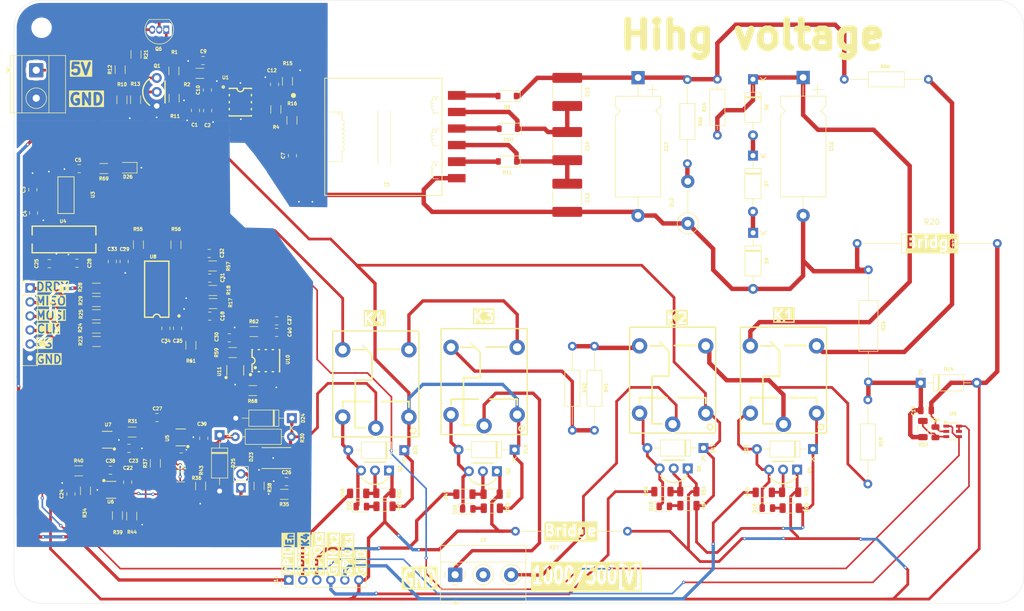
<source format=kicad_pcb>
(kicad_pcb (version 20241229) (generator "pcbnew") (generator_version "9.0")
  (layers (0 "F.Cu" signal) (2 "B.Cu" signal) (13 "F.Paste" user) (15 "B.Paste" user) (5 "F.SilkS" user "F.Silkscreen") (7 "B.SilkS" user "B.Silkscreen") (1 "F.Mask" user) (3 "B.Mask" user) (25 "Edge.Cuts" user))
  (net 0 "")
  (net 1 "GND")
  (net 2 "+5V")
  (net 3 "Net-(C7-Pad2)")
  (net 4 "Net-(U1-EN{slash}UVLO)")
  (net 5 "Net-(U1-INTVCC)")
  (net 6 "Net-(U1-RREF)")
  (net 7 "Net-(D11-K)")
  (net 8 "Net-(D10-K)")
  (net 9 "1000V")
  (net 10 "500V")
  (net 11 "Net-(D14-K)")
  (net 12 "Net-(U9-IN+)")
  (net 13 "Net-(D6-A)")
  (net 14 "Net-(D7-A)")
  (net 15 "Net-(D8-A)")
  (net 16 "Net-(D10-A)")
  (net 17 "Net-(D11-A)")
  (net 18 "Net-(D12-A)")
  (net 19 "Net-(D15-A)")
  (net 20 "Net-(D16-A)")
  (net 21 "Net-(D17-A)")
  (net 22 "Net-(D18-A)")
  (net 23 "Net-(D19-A)")
  (net 24 "Net-(D20-A)")
  (net 25 "Net-(D21-A)")
  (net 26 "Net-(D22-A)")
  (net 28 "Net-(J3-Pin_3)")
  (net 29 "Net-(J3-Pin_1)")
  (net 30 "Net-(Q1-Pad2)")
  (net 31 "Net-(Q1-Pad3)")
  (net 32 "Net-(Q2-Pad2)")
  (net 33 "Net-(Q3-Pad2)")
  (net 34 "Net-(Q4-Pad2)")
  (net 35 "Net-(Q5-Pad2)")
  (net 36 "/SW")
  (net 37 "Net-(U1-RFB)")
  (net 38 "/GPIO_{EN}")
  (net 39 "Net-(R19-Pad2)")
  (net 40 "Net-(R32-Pad2)")
  (net 41 "Net-(R33-Pad3)")
  (net 42 "Net-(R41-Pad1)")
  (net 43 "Net-(R45-Pad2)")
  (net 44 "/In_{pos}")
  (net 45 "/GPIO_{K3}")
  (net 46 "/GPIO_{K4}")
  (net 47 "/GPIO_{K1}")
  (net 48 "/GPIO_{K2}")
  (net 54 "/ADC1")
  (net 55 "+3.3_{iso}V")
  (net 57 "Net-(Q6-B)")
  (net 58 "Net-(U6-IN+)")
  (net 59 "Net-(Q6-E)")
  (net 60 "Net-(U5-OUT)")
  (net 61 "Net-(U5-IN-)")
  (net 62 "Net-(U6-IN-)")
  (net 63 "Net-(U6-OUT)")
  (net 64 "Net-(D25-K)")
  (net 65 "Net-(J2-Pin_2)")
  (net 66 "Net-(R36-Pad2)")
  (net 67 "Net-(R39-Pad2)")
  (net 68 "/ADC2")
  (net 69 "Net-(U8-AIN0)")
  (net 70 "Net-(U8-XTAL1CLKIN)")
  (net 71 "Net-(U8-XTAL2)")
  (net 72 "Net-(U8-VREFP)")
  (net 73 "Net-(U8-AIN1)")
  (net 74 "Net-(U8-AIN2)")
  (net 75 "Net-(U11-IN+)")
  (net 76 "Net-(D26-A)")
  (net 77 "/MISO")
  (net 78 "/CS")
  (net 79 "/MOSI")
  (net 80 "/CLK")
  (net 81 "/DRDY")
  (net 82 "/ADC0")
  (net 83 "Net-(U8-SCLK)")
  (net 84 "Net-(U8-DIN)")
  (net 85 "Net-(U8-DOUT)")
  (net 86 "Net-(U8-CS)")
  (net 87 "Net-(U8-DRDY)")
  (net 88 "Net-(U8-RESET)")
  (net 89 "Net-(U8-SYNCPDWN)")
  (net 90 "Net-(U11-IN-)")
  (net 91 "Net-(U8-VREFN)")
  (net 92 "Net-(R68-Pad2)")
  (footprint "Diode_THT:D_A-405_P10.16mm_Horizontal" (layer "F.Cu") (at 125.96 124.005 180)
    (property "Reference" "D21")
    (property "Value" "D_Small_Filled")
  )
  (footprint "JuanDavid_Library:RELAY-TH_SRD-XXVDC-XL-C" (layer "F.Cu") (at 174.5996 112.1972 90)
    (property "Reference" "R33" (hide yes))
    (property "Value" "~")
  )
  (footprint "Capacitor_SMD:C_0805_2012Metric" (layer "F.Cu") (at 73.02 89.795 90)
    (property "Reference" "C33")
    (property "Value" "0.1u")
  )
  (footprint "Resistor_SMD:R_1206_3216Metric" (layer "F.Cu") (at 91.2047 90.6058)
    (property "Reference" "R57")
    (property "Value" "1K")
  )
  (footprint "Resistor_SMD:R_1206_3216Metric" (layer "F.Cu") (at 84.179804 55.251402 -90)
    (property "Reference" "R1")
    (property "Value" "10K")
  )
  (footprint "JuanDavid_Library:TO-92-3_L4.9-W3.7-P2.54-L" (layer "F.Cu") (at 81.081004 59.061402 90)
    (property "Reference" "Q1")
    (property "Value" "~")
  )
  (footprint "JuanDavid_Library:SMB_L4.6-W3.6-LS5.3-BI" (layer "F.Cu") (at 102.735 125.44)
    (property "Reference" "D23")
    (property "Value" "SMBJ5.0CA")
  )
  (footprint "Resistor_SMD:R_1206_3216Metric" (layer "F.Cu") (at 70.16 104.295)
    (property "Reference" "R23")
    (property "Value" "100")
  )
  (footprint "Resistor_SMD:R_1206_3216Metric" (layer "F.Cu") (at 99.635 130.47 90)
    (property "Reference" "R38")
    (property "Value" "10")
  )
  (footprint "JuanDavid_Library:RELAY-TH_SRD-XXVDC-XL-C" (layer "F.Cu") (at 120.79 112.895 90)
    (property "Reference" "R46" (hide yes))
    (property "Value" "~")
  )
  (footprint "Resistor_SMD:R_1206_3216Metric" (layer "F.Cu") (at 91.2722 97.4308)
    (property "Reference" "R17")
    (property "Value" "1K")
  )
  (footprint "Resistor_SMD:R_1206_3216Metric" (layer "F.Cu") (at 70.135 97.045)
    (property "Reference" "R29")
    (property "Value" "100")
  )
  (footprint "Capacitor_SMD:C_0805_2012Metric" (layer "F.Cu") (at 90.6722 92.8058)
    (property "Reference" "C31")
    (property "Value" "100nF")
  )
  (footprint "Resistor_THT:R_Axial_DIN0207_L6.3mm_D2.5mm_P15.24mm_Horizontal" (layer "F.Cu") (at 209.978347 114.883147 -90)
    (property "Reference" "R19")
    (property "Value" "100M")
  )
  (footprint "Capacitor_THT:CP_Axial_L18.0mm_D8.0mm_P25.00mm_Horizontal" (layer "F.Cu") (at 198.25 56.445 -90)
    (property "Reference" "C16")
    (property "Value" "1u")
  )
  (footprint "Resistor_SMD:R_1206_3216Metric" (layer "F.Cu") (at 219.950845 120.169753 -90)
    (property "Reference" "R22")
    (property "Value" "1K")
  )
  (footprint "Capacitor_SMD:C_0805_2012Metric" (layer "F.Cu") (at 88.091404 62.414202 -90)
    (property "Reference" "C1")
    (property "Value" "10uF")
  )
  (footprint "Diode_THT:D_A-405_P10.16mm_Horizontal" (layer "F.Cu") (at 189.16 56.7635 -90)
    (property "Reference" "D6")
    (property "Value" "100V")
  )
  (footprint "Capacitor_SMD:C_0805_2012Metric" (layer "F.Cu") (at 102.8125 102.655)
    (property "Reference" "C40")
    (property "Value" "0.1u")
  )
  (footprint "Resistor_SMD:R_1206_3216Metric" (layer "F.Cu") (at 70.135 94.645)
    (property "Reference" "R28")
    (property "Value" "100")
  )
  (footprint "Resistor_SMD:R_1206_3216Metric" (layer "F.Cu") (at 122.37 134.175)
    (property "Reference" "R67")
    (property "Value" "1K")
  )
  (footprint "Capacitor_SMD:C_0805_2012Metric" (layer "F.Cu") (at 72.6858 127.6278)
    (property "Reference" "C38")
    (property "Value" "1u")
  )
  (footprint "JuanDavid_Library:SO-8_L4.9-W3.9-P1.27-LS5.9-BL" (layer "F.Cu") (at 100.855 107.77)
    (property "Reference" "U10")
    (property "Value" "LT1634BIS8-2.5")
  )
  (footprint "Resistor_SMD:R_1206_3216Metric" (layer "F.Cu") (at 68.1558 131.3678 -90)
    (property "Reference" "R34")
    (property "Value" "100")
  )
  (footprint "JuanDavid_Library:SOT-23-6_L2.9-W1.6-P0.95-LS2.9-BL" (layer "F.Cu") (at 85.425 121.68 90)
    (property "Reference" "U5")
    (property "Value" "MAX4239")
  )
  (footprint "Capacitor_SMD:C_0805_2012Metric" (layer "F.Cu") (at 220.535045 116.766153 180)
    (property "Reference" "C19")
    (property "Value" "1u")
  )
  (footprint "Capacitor_SMD:C_0805_2012Metric" (layer "F.Cu") (at 81.12 118.095)
    (property "Reference" "C27")
    (property "Value" "1u")
  )
  (footprint "Diode_THT:D_A-405_P10.16mm_Horizontal" (layer "F.Cu") (at 189.16 70.6065 -90)
    (property "Reference" "D7")
    (property "Value" "200V")
  )
  (footprint "Diode_THT:D_A-405_P10.16mm_Horizontal" (layer "F.Cu") (at 145.953342 123.92 180)
    (property "Reference" "D19")
    (property "Value" "D_Small_Filled")
  )
  (footprint "Capacitor_SMD:C_0805_2012Metric" (layer "F.Cu") (at 90.250404 58.716002 90)
    (property "Reference" "C10")
    (property "Value" "1uF")
  )
  (footprint "Capacitor_SMD:C_0805_2012Metric" (layer "F.Cu") (at 75.17 89.795 90)
    (property "Reference" "C29")
    (property "Value" "10u")
  )
  (footprint "Capacitor_SMD:C_0805_2012Metric" (layer "F.Cu") (at 104.605 129.7)
    (property "Reference" "C26")
    (property "Value" "1u")
  )
  (footprint "Resistor_SMD:R_1206_3216Metric" (layer "F.Cu") (at 98.6875 102.505)
    (property "Reference" "R62")
    (property "Value" "4")
  )
  (footprint "Resistor_SMD:R_1206_3216Metric" (layer "F.Cu") (at 77.245604 60.483802 -90)
    (property "Reference" "R13")
    (property "Value" "1K")
  )
  (footprint "MountingHole:MountingHole_3.2mm_M3" (layer "F.Cu") (at 60.195 146.7426)
    (property "Reference" "H3" (hide yes))
    (property "Value" "m3")
  )
  (footprint "Resistor_SMD:R_1206_3216Metric" (layer "F.Cu") (at 77.3176 52.2732 -90)
    (property "Reference" "R21")
    (property "Value" "1K")
  )
  (footprint "JuanDavid_Library:TO-92-3_L4.9-W3.7-P2.54-L" (layer "F.Cu") (at 174.7938 127.308114 180)
    (property "Reference" "Q5")
    (property "Value" "~")
  )
  (footprint "Capacitor_SMD:C_0805_2012Metric" (layer "F.Cu") (at 58.62 76.795 90)
    (property "Reference" "C3")
    (property "Value" "0.1u")
  )
  (footprint "Resistor_SMD:R_1206_3216Metric" (layer "F.Cu") (at 104.195 132 180)
    (property "Reference" "R35")
    (property "Value" "10K")
  )
  (footprint "Resistor_SMD:R_1206_3216Metric" (layer "F.Cu") (at 195.993912 134.4986)
    (property "Reference" "R63")
    (property "Value" "1K")
  )
  (footprint "Capacitor_SMD:C_0805_2012Metric" (layer "F.Cu") (at 75.8058 129.7878 90)
    (property "Reference" "C22")
    (property "Value" "10u")
  )
  (footprint "Resistor_THT:R_Axial_DIN0207_L6.3mm_D2.5mm_P15.24mm_Horizontal" (layer "F.Cu") (at 177.27 56.825 -90)
    (property "Reference" "R60")
    (property "Value" "5M")
  )
  (footprint "LED_SMD:LED_0805_2012Metric" (layer "F.Cu") (at 75.8325 72.795 180)
    (property "Reference" "D26")
    (property "Value" "LED")
  )
  (footprint "Capacitor_SMD:C_0805_2012Metric" (layer "F.Cu") (at 84.86 101.915 -90)
    (property "Reference" "C35")
    (property "Value" "0.1u")
  )
  (footprint "JuanDavid_Library:TO-92-3_L4.9-W3.7-P2.54-L" (layer "F.Cu") (at 120.65 127.676114 180)
    (property "Reference" "Q3")
    (property "Value" "~")
  )
  (footprint "LED_SMD:LED_0805_2012Metric" (layer "F.Cu") (at 173.092 134.177)
    (property "Reference" "D18")
    (property "Value" "LED")
  )
  (footprint "Capacitor_SMD:C_0805_2012Metric" (layer "F.Cu") (at 94.234 103.632)
    (property "Reference" "C30")
    (property "Value" "10u")
  )
  (footprint "Resistor_THT:R_Axial_DIN0411_L9.9mm_D3.6mm_P7.62mm_Vertical" (layer "F.Cu") (at 177.3408 82.895801 90)
    (property "Reference" "D12")
    (property "Value" "LED")
  )
  (footprint "Resistor_SMD:R_1206_3216Metric" (layer "F.Cu") (at 136.853342 131.97 180)
    (property "Reference" "R47")
    (property "Value" "560")
  )
  (footprint "LED_SMD:LED_0805_2012Metric" (layer "F.Cu") (at 118.17 134.225)
    (property "Reference" "D22")
    (property "Value" "LED")
  )
  (footprint "Resistor_SMD:R_1206_3216Metric" (layer "F.Cu") (at 88.904204 55.683202 180)
    (property "Reference" "R2")
    (property "Value" "1K")
  )
  (footprint "Diode_THT:D_A-405_P10.16mm_Horizontal" (layer "F.Cu") (at 180.1786 123.6106 180)
    (property "Reference" "D17")
    (property "Value" "D_Small_Filled")
  )
  (footprint "Resistor_THT:R_Axial_DIN0309_L9.0mm_D3.2mm_P20.32mm_Horizontal" (layer "F.Cu") (at 210.078347 91.303147 -90)
    (property "Reference" "R26")
    (property "Value" "47M")
  )
  (footprint "Resistor_SMD:R_1206_3216Metric" (layer "F.Cu") (at 76.615 120.7175 180)
    (property "Reference" "R31")
    (property "Value" "100")
  )
  (footprint "Resistor_THT:R_Axial_DIN0309_L9.0mm_D3.2mm_P20.32mm_Horizontal" (layer "F.Cu") (at 146.095 138.695)
    (property "Reference" "R27")
    (property "Value" "0")
  )
  (footprint "Capacitor_SMD:C_0805_2012Metric" (layer "F.Cu") (at 85.515 125.2375)
    (property "Reference" "C21")
    (property "Value" "10u")
  )
  (footprint "Resistor_THT:R_Axial_DIN0207_L6.3mm_D2.5mm_P15.24mm_Horizontal" (layer "F.Cu") (at 156.4132 120.396 90)
    (property "Reference" "R42")
    (property "Value" "2M")
  )
  (footprint "Connector_PinHeader_2.54mm:PinHeader_1x06_P2.54mm_Vertical" (layer "F.Cu") (at 58.12 94.595)
    (property "Reference" "J10" (hide yes))
    (property "Value" "ads1256")
  )
  (footprint "Capacitor_SMD:C_0805_2012Metric" (layer "F.Cu") (at 102.4322 57.692 90)
    (property "Reference" "C12")
    (property "Value" "10pF")
  )
  (footprint "Resistor_SMD:R_1206_3216Metric" (layer "F.Cu") (at 74.4474 55.0164 -90)
    (property "Reference" "R12")
    (property "Value" "560")
  )
  (footprint "Diode_THT:D_A-405_P10.16mm_Horizontal" (layer "F.Cu") (at 189.1854 84.6019 -90)
    (property "Reference" "D9")
    (property "Value" "200V")
  )
  (footprint "Resistor_THT:R_Axial_DIN0309_L9.0mm_D3.2mm_P25.40mm_Horizontal" (layer "F.Cu") (at 208.045 86.52)
    (property "Reference" "R20")
    (property "Value" "0")
  )
  (footprint "Resistor_SMD:R_1206_3216Metric" (layer "F.Cu") (at 70.135 101.87)
    (property "Reference" "R24")
    (property "Value" "100")
  )
  (footprint "Resistor_SMD:R_1206_3216Metric" (layer "F.Cu") (at 191.117112 131.6538 180)
    (property "Reference" "R49")
    (property "Value" "560")
  )
  (footprint "Capacitor_SMD:C_0805_2012Metric" (layer "F.Cu") (at 65.52 131.945 90)
    (property "Reference" "C24")
    (property "Value" "10u")
  )
  (footprint "Capacitor_SMD:C_0805_2012Metric" (layer "F.Cu") (at 67.02 72.975 180)
    (property "Reference" "C5")
    (property "Value" "10u")
  )
  (footprint "JuanDavid_Library:SOT-223-3_L6.5-W3.4-P2.30-LS7.0-BR" (layer "F.Cu") (at 64.525 77.77 180)
    (property "Reference" "U3")
    (property "Value" "~")
  )
  (footprint "Capacitor_SMD:C_2220_5750Metric" (layer "F.Cu") (at 155.494402 78.249802 -90)
    (property "Reference" "C13")
    (property "Value" "0.22u")
  )
  (footprint "Diode_SMD:D_SOD-123" (layer "F.Cu") (at 144.648602 71.661202 180)
    (property "Reference" "D11")
    (property "Value" "D_Filled")
  )
  (footprint "Capacitor_SMD:C_0805_2012Metric" (layer "F.Cu") (at 82.735 101.915 -90)
    (property "Reference" "C34")
    (property "Value" "10u")
  )
  (footprint "Resistor_SMD:R_1206_3216Metric" (layer "F.Cu") (at 94.8347 106.3058)
    (property "Reference" "R59")
    (property "Value" "100")
  )
  (footprint "Resistor_SMD:R_1206_3216Metric" (layer "F.Cu") (at 71.4825 72.945 180)
    (property "Reference" "R69")
    (property "Value" "10K")
  )
  (footprint "JuanDavid_Library:TO-92-3_L4.9-W3.7-P2.54-L" (layer "F.Cu") (at 194.622312 127.528114 180)
    (property "Reference" "Q4")
    (property "Value" "~")
  )
  (footprint "Diode_THT:D_A-405_P10.16mm_Horizontal" (layer "F.Cu") (at 219.56 111.785)
    (property "Reference" "D14")
    (property "Value" "D_Zener_Small_Filled")
  )
  (footprint "Resistor_SMD:R_1206_3216Metric" (layer "F.Cu") (at 89.035 130.4975 -90)
    (property "Reference" "R43")
    (property "Value" "1K")
  )
  (footprint "Capacitor_THT:CP_Axial_L18.0mm_D8.0mm_P25.00mm_Horizontal" (layer "F.Cu") (at 168.321402 56.465602 -90)
    (property "Reference" "C17")
    (property "Value" "1u")
  )
  (footprint "MountingHole:MountingHole_3.2mm_M3" (layer "F.Cu") (at 233.28 47.42)
    (property "Reference" "H1" (hide yes))
    (property "Value" "m3")
  )
  (footprint "Capacitor_SMD:C_0805_2012Metric" (layer "F.Cu") (at 222.236845 120.753953 -90)
    (property "Reference" "C20")
    (property "Value" "1u")
  )
  (footprint "Diode_SMD:D_SOD-123" (layer "F.Cu") (at 144.801002 65.730302 180)
    (property "Reference" "D10")
    (property "Value" "D_Filled")
  )
  (footprint "Capacitor_SMD:C_0805_2012Metric" (layer "F.Cu") (at 89.463004 53.371802 180)
    (property "Reference" "C9")
    (property "Value" "10uF")
  )
  (footprint "Resistor_SMD:R_1206_3216Metric" (layer "F.Cu") (at 102.6608 62.2386 90)
    (property "Reference" "R4")
    (property "Value" "324K")
  )
  (footprint "JuanDavid_Library:SOT-23-6_L2.9-W1.6-P0.95-LS2.9-BL" (layer "F.Cu") (at 225.350845 120.594553 -90)
    (property "Reference" "U9")
    (property "Value" "MAX4239")
  )
  (footprint "Resistor_SMD:R_1206_3216Metric" (layer "F.Cu") (at 117.59 131.835 180)
    (property "Reference" "R48")
    (property "Value" "560")
  )
  (footprint "Resistor_THT:R_Axial_DIN0207_L6.3mm_D2.5mm_P10.16mm_Horizontal" (layer "F.Cu") (at 182.7 66.915 90)
    (property "Reference" "R14")
    (property "Value" "2M")
  )
  (footprint "Connector_PinHeader_2.54mm:PinHeader_1x06_P2.54mm_Vertical" (layer "F.Cu") (at 105.023 147.5318 90)
    (property "Reference" "J11")
    (property "Value" "Coils")
  )
  (footprint "Resistor_SMD:R_1206_3216Metric" (layer "F.Cu") (at 77.76 86.74 -90)
    (property "Reference" "R55")
    (property "Value" "100")
  )
  (footprint "Resistor_SMD:R_1206_3216Metric" (layer "F.Cu") (at 74.76 60.495 -90)
    (property "Reference" "R10")
    (property "Value" "560")
  )
  (footprint "Resistor_SMD:R_1206_3216Metric" (layer "F.Cu") (at 84.56 86.74 -90)
    (property "Reference" "R56")
    (property "Value" "100")
  )
  (footprint "Resistor_SMD:R_1206_3216Metric" (layer "F.Cu") (at 66.92 127.745)
    (property "Reference" "R40")
    (property "Value" "6.8K")
  )
  (footprint "Capacitor_SMD:C_0805_2012Metric" (layer "F.Cu") (at 76.0475 123.66)
    (property "Reference" "C23")
    (property "Value" "10u")
  )
  (footprint "LED_SMD:LED_0805_2012Metric" (layer "F.Cu") (at 137.463342 134.64)
    (property "Reference" "D20")
    (property "Value" "LED")
  )
  (footprint "MountingHole:MountingHole_3.2mm_M3" (layer "F.Cu") (at 60.195 47.42)
    (property "Reference" "H4" (hide yes))
    (property "Value" "m3")
  )
  (footprint "Resistor_SMD:R_1206_3216Metric" (layer "F.Cu") (at 177.4608 134.05)
    (property "Reference" "R64")
    (property "Value" "1K")
  )
  (footprint "Resistor_SMD:R_1206_3216Metric" (layer "F.Cu") (at 87.27 104.995 90)
    (property "Reference" "R61")
    (property "Value" "0")
  )
  (footprint "LED_SMD:LED_0805_2012Metric" (layer "F.Cu") (at 191.770012 134.4986)
    (property "Reference" "D16")
    (property "Value" "LED")
  )
  (footprint "Resistor_SMD:R_1206_3216Metric" (layer "F.Cu") (at 70.135 99.445)
    (property "Reference" "R25")
    (property "Value" "100")
  )
  (footprint "Capacitor_SMD:C_0805_2012Metric" (layer "F.Cu") (at 105.67 70.62 90)
    (property "Reference" "C7")
    (property "Value" "270p")
  )
  (footprint "Capacitor_SMD:C_0805_2012Metric" (layer "F.Cu") (at 58.745 81.02 -90)
    (property "Reference" "C4")
    (property "Value" "10u")
  )
  (footprint "Resistor_THT:R_Axial_DIN0207_L6.3mm_D2.5mm_P15.24mm_Horizontal" (layer "F.Cu") (at 220.95 56.775 180)
    (property "Reference" "R66")
    (property "Value" "2M")
  )
  (footprint "Resistor_SMD:R_1206_3216Metric" (layer "F.Cu") (at 98.4875 113.205)
    (property "Reference" "R68")
    (property "Value" "0")
  )
  (footprint "MountingHole:MountingHole_3.2mm_M3" (layer "F.Cu") (at 233.28 146.7426)
    (property "Reference" "H2" (hide yes))
    (property "Value" "m3")
  )
  (footprint "Capacitor_SMD:C_0805_2012Metric" (layer "F.Cu") (at 89.605 121.86 -90)
    (property "Reference" "C39")
    (property "Value" "1u")
  )
  (footprint "Capacitor_SMD:C_0805_2012Metric" (layer "F.Cu") (at 102.8125 100.555)
    (property "Reference" "C37")
    (property "Value" "10u")
  )
  (footprint "Diode_SMD:D_SOD-123" (layer "F.Cu") (at 144.597802 59.799402 180)
    (property "Reference" "D8")
    (property "Value" "D_Filled")
  )
  (footprint "Capacitor_SMD:C_2220_5750Metric" (layer "F.Cu") (at 155.494402 68.877202 -90)
    (property "Reference" "C14")
    (property "Value" "0.22u")
  )
  (footprint "Resistor_SMD:R_1206_3216Metric" (layer "F.Cu") (at 104.769 57.1332 90)
    (property "Reference" "R15")
    (property "Value" "10K")
  )
  (footprint "JuanDavid_Library:RELAY-TH_SRD-XXVDC-XL-C" (layer "F.Cu") (at 194.6854 112.1972 90)
    (property "Reference" "R32" (hide yes))
    (property "Value" "~")
  )
  (footprint "JuanDavid_Library:SOT-23-6_L2.9-W1.6-P0.95-LS2.9-BL" (layer "F.Cu") (at 72.0975 122.11 90)
    (property "Reference" "U7")
    (property "Value" "MAX4239")
  )
  (footprint "Resistor_THT:R_Axial_DIN0207_L6.3mm_D2.5mm_P10.16mm_Horizontal" (layer "F.Cu") (at 105.475 121.57 180)
    (property "Reference" "R30")
    (property "Value" "100")
  )
  (footprint "JuanDavid_Library:RELAY-TH_SRD-XXVDC-XL-C" (layer "F.Cu") (at 140.42 112.464 90)
    (property "Reference" "R45" (hide yes))
    (property "Value" "~")
  )
  (footprint "Resistor_THT:R_Axial_DIN0207_L6.3mm_D2.5mm_P15.24mm_Horizontal" (layer "F.Cu") (at 160.4232 120.396 90)
    (property "Reference" "R41")
    (property "Value" "2M")
  )
  (footprint "Capacitor_SMD:C_0805_2012Metric" (layer "F.Cu") (at 66.61 90.115)
    (property "Reference" "C28")
    (property "Value" "20pF")
  )
  (footprint "Resistor_SMD:R_1206_3216Metric" (layer "F.Cu") (at 172.7364 131.51 180)
    (property "Reference" "R50")
    (property "Value" "560")
  )
  (footprint "Resistor_SMD:R_1206_3216Metric" (layer "F.Cu") (at 141.785842 131.97)
    (property "Reference" "R51")
    (property "Value" "1K")
  )
  (footprint "Capacitor_SMD:C_0805_2012Metric" (layer "F.Cu") (at 90.301204 62.429402 -90)
    (property "Reference" "C2")
    (property "Value" "10uF")
  )
  (footprint "Capacitor_SMD:C_0805_2012Metric" (layer "F.Cu") (at 61.61 90.19)
    (property "Reference" "C25")
    (property "Value" "20pF")
  )
  (footprint "Connector_PinHeader_2.54mm:PinHeader_1x02_P2.54mm_Vertical" (layer "F.Cu") (at 96.345 130.835 180)
    (property "Reference" "J2" (hide yes))
    (property "Value" "Conn_01x02")
  )
  (footprint "JuanDavid_Library:SSOP-28_L10.2-W5.3-P0.65-LS7.8-BL" (layer "F.Cu") (at 81.0768 94.8182 90)
    (property "Reference" "U8")
    (property "Value" "ADS1256IDBR")
  )
  (footprint "Resistor_SMD:R_1206_3216Metric" (layer "F.Cu") (at 177.4354 131.51)
    (property "Reference" "R54")
    (property "Value" "1K")
  )
  (footprint "Capacitor_SMD:C_0805_2012Metric" (layer "F.Cu") (at 90.6972 99.7058)
    (property "Reference" "C18")
    (property "Value" "100nF")
  )
  (footprint "Resistor_SMD:R_1206_3216Metric" (layer "F.Cu") (at 141.823342 134.52)
    (property "Reference" "R65")
    (property "Value" "1K")
  )
  (footprint "Resistor_SMD:R_1206_3216Metric" (layer "F.Cu") (at 76.545 135.9575 -90)
    (property "Reference" "R44")
    (property "Value" "1K")
  )
  (footprint "Diode_THT:D_A-405_P10.16mm_Horizontal" (layer "F.Cu") (at 105.565 118.2 180)
    (property "Reference" "D24")
    (property "Value" "D_Zener_Small_Filled")
  )
  (footprint "Resistor_SMD:R_1206_3216Metric" (layer "F.Cu") (at 195.892312 131.6284)
    (property "Reference" "R53")
    (property "Value" "1K")
  )
  (footprint "Resistor_SMD:R_1206_3216Metric" (layer "F.Cu") (at 84.230604 60.204402 -90)
    (property "Reference" "R11")
    (property "Value" "10K")
  )
  (footprint "JuanDavid_Library:SOT-23-6_L2.9-W1.6-P0.95-LS2.9-BL" (layer "F.Cu") (at 72.7958 131.1778 -90)
    (property "Reference" "U6")
    (property "Value" "MAX4239")
  )
  (footprint "JuanDavid_Library:TO-92-3_L4.9-W3.7-P2.54-L" (layer "F.Cu") (at 140.203342 127.821114 180)
    (property "Reference" "Q2")
    (property "Value" "~")
  )
  (footprint "Capacitor_SMD:C_0805_2012Metric" (layer "F.Cu") (at 90.5972 88.3308)
    (property "Reference" "C32")
    (property "Value" "100nF")
  )
  (footprint "JuanDavid_Library:SOT-23-6_L2.9-W1.6-P0.95-LS2.9-BL" (layer "F.Cu") (at 95.3125 109.53)
    (property "Reference" "U11")
    (property "Value" "MAX4239")
  )
  (footprint "Capacitor_SMD:C_2220_5750Metric" (layer "F.Cu") (at 155.494402 59.062802 -90)
    (property "Reference" "C15")
    (property "Value" "0.22u")
  )
  (footprint "Resistor_SMD:R_1206_3216Metric" (layer "F.Cu") (at 91.2597 95.0558)
    (property "Reference" "R18")
    (property "Value" "1K")
  )
  (footprint "Resistor_SMD:R_1206_3216Metric" (layer "F.Cu") (at 73.945 135.845 -90)
    (property "Reference" "R39")
    (property "Value" "2.2K")
  )
  (footprint "TerminalBlock_Phoenix:TerminalBlock_Phoenix_MKDS-1,5-3-5.08_1x03_P5.08mm_Horizontal" (layer "F.Cu") (at 135.17 146.585)
    (property "Reference" "J3")
    (property "Value" "Conn_01x03")
  )
  (footprint "Diode_THT:D_A-405_P10.16mm_Horizontal" (layer "F.Cu") (at 92.475 121.25 -90)
    (property "Reference" "D25")
    (property "Value" "D_Zener_Small_Filled")
  )
  (footprint "Resistor_SMD:R_1206_3216Metric" (layer "F.Cu") (at 85.405 128.8375 180)
    (property "Reference" "R36")
    (property "Value" "2.2K")
  )
  (footprint "JuanDavid_Library:SOIC-8_L4.9-W3.9-P1.27-LS6.0-BL-EP3.3" (layer "F.Cu") (at 96.238802 60.912002 -90)
    (property "Reference" "U1")
    (property "Value" "LT8304")
  )
  (footprint "JuanDavid_Library:CRYSTAL-SMD_L11.4-W4.7-LS12.4" (layer "F.Cu") (at 64.2112 85.8012)
    (property "Reference" "U4")
    (property "Value" "7.68MHz")
  )
  (footprint "JuanDavid_Library:SO12_21X21-3_SUM" (layer "F.Cu") (at 122.160001 67.195001)
    (property "Reference" "T2")
    (property "Value" "0399-T208")
  )
  (footprint "Resistor_SMD:R_1206_3216Metric" (layer "F.Cu") (at 105.583402 64.219002 -90)
    (property "Reference" "R16")
    (property "Value" "100")
  )
  (footprint "Resistor_SMD:R_1206_3216Metric" (layer "F.Cu") (at 122.34 131.795)
    (property "Reference" "R52")
    (property "Value" "1K")
  )
  (footprint "Diode_THT:D_A-405_P10.16mm_Horizontal" (layer "F.Cu") (at 200.032512 123.8052 180)
    (property "Reference" "D15")
    (property "Value" "D_Small_Filled")
  )
  (footprint "Resistor_SMD:R_1206_3216Metric" (layer "F.Cu") (at 80.82 126.395 90)
    (property "Reference" "R37")
    (property "Value" "6.8K")
  )
  (footprint "TerminalBlock_Phoenix:TerminalBlock_Phoenix_MKDS-1,5-2-5.08_1x02_P5.08mm_Horizontal" (layer "F.Cu") (at 59.2328 55.115 -90)
    (property "Reference" "J1" (hide yes))
    (property "Value" "Power")
  )
  (footprint "Package_TO_SOT_THT:TO-92_Inline" (layer "F.Cu") (at 82.804 47.7774 180)
    (property "Reference" "Q6")
    (property "Value" "2N3906")
  )
  (gr_circle (center 85.1154 99.6696) (end 85.3186 99.822) (stroke (width 0.1)) (fill yes) (layer "F.SilkS"))
  (gr_arc (start 238.28 146.7426) (mid 236.815534 150.278134) (end 233.28 151.7426) (stroke (width 0.05)) (layer "Edge.Cuts"))
  (gr_line (start 233.28 151.7426) (end 60.195 151.7426) (stroke (width 0.05)) (layer "Edge.Cuts"))
  (gr_arc (start 233.28 42.42) (mid 236.815534 43.884466) (end 238.28 47.42) (stroke (width 0.05)) (layer "Edge.Cuts"))
  (gr_arc (start 55.195 47.42) (mid 56.659466 43.884466) (end 60.195 42.42) (stroke (width 0.05)) (layer "Edge.Cuts"))
  (gr_line (start 55.195 146.7426) (end 55.195 47.42) (stroke (width 0.05)) (layer "Edge.Cuts"))
  (gr_line (start 60.195 42.42) (end 233.28 42.42) (stroke (width 0.05)) (layer "Edge.Cuts"))
  (gr_arc (start 60.195 151.7426) (mid 56.659466 150.278134) (end 55.195 146.7426) (stroke (width 0.05)) (layer "Edge.Cuts"))
  (gr_line (start 238.28 47.42) (end 238.28 146.7426) (stroke (width 0.05)) (layer "Edge.Cuts"))
  (gr_text "Bridge" (at 216.5604 87.4776 0) (layer "F.SilkS" knockout) (effects (font (size 2 2) (thickness 0.4) (bold yes)) (justify left bottom)))
  (gr_text "GPIO_{K1}" (at 116.5546 147.0746 90) (layer "F.SilkS" knockout) (effects (font (size 1.5 1.5) (thickness 0.375) (bold yes)) (justify left bottom)))
  (gr_text "DRDY" (at 59.0225 95.27 0) (layer "F.SilkS" knockout) (effects (font (size 1.5 1.5) (thickness 0.3) (bold yes)) (justify left bottom)))
  (gr_text "Bridge" (at 151.0284 139.7508 0) (layer "F.SilkS" knockout) (effects (font (size 2 2) (thickness 0.4) (bold yes)) (justify left bottom)))
  (gr_text "K2" (at 173.1292 101.2416 0) (layer "F.SilkS" knockout) (effects (font (size 2 2) (thickness 0.4) (bold yes)) (justify left bottom)))
  (gr_text "GPIO_{K2}" (at 113.9638 146.973 90) (layer "F.SilkS" knockout) (effects (font (size 1.5 1.5) (thickness 0.375) (bold yes)) (justify left bottom)))
  (gr_text "GPIO_{En}" (at 105.7596 146.7698 90) (layer "F.SilkS" knockout) (effects (font (size 1.5 1.5) (thickness 0.375) (bold yes)) (justify left bottom)))
  (gr_text "GPIO_{K4}" (at 108.6044 146.973 90) (layer "F.SilkS" knockout) (effects (font (size 1.5 1.5) (thickness 0.375) (bold yes)) (justify left bottom)))
  (gr_text "MOSI" (at 59.0225 100.445 0) (layer "F.SilkS" knockout) (effects (font (size 1.5 1.5) (thickness 0.3) (bold yes)) (justify left bottom)))
  (gr_text "GND" (at 119.0438 146.8714 90) (layer "F.SilkS" knockout) (effects (font (size 1.5 1.5) (thickness 0.375) (bold yes)) (justify left bottom)))
  (gr_text "MISO" (at 58.9725 97.845 0) (layer "F.SilkS" knockout) (effects (font (size 1.5 1.5) (thickness 0.3) (bold yes)) (justify left bottom)))
  (gr_text "K1" (at 192.5094 100.759 0) (layer "F.SilkS" knockout) (effects (font (size 2 2) (thickness 0.4) (bold yes)) (justify left bottom)))
  (gr_text "GND" (at 125.343 149.0812 0) (layer "F.SilkS" knockout) (effects (font (size 3 2) (thickness 0.5) (bold yes)) (justify left bottom)))
  (gr_text "K3" (at 138.0938 100.999 0) (layer "F.SilkS" knockout) (effects (font (size 2 2) (thickness 0.4) (bold yes)) (justify left bottom)))
  (gr_text "K4" (at 118.2818 101.38 0) (layer "F.SilkS" knockout) (effects (font (size 2 2) (thickness 0.4) (bold yes)) (justify left bottom)))
  (gr_text "5V" (at 65.1256 56.0832 0) (layer "F.SilkS" knockout) (effects (font (size 2 2) (thickness 0.5) (bold yes)) (justify left bottom)))
  (gr_text "CLK" (at 59.1225 102.92 0) (layer "F.SilkS" knockout) (effects (font (size 1.5 1.5) (thickness 0.3) (bold yes)) (justify left bottom)))
  (gr_text "GND" (at 64.9732 61.5696 0) (layer "F.SilkS" knockout) (effects (font (size 2 2) (thickness 0.5) (bold yes)) (justify left bottom)))
  (gr_text "1000/500[V]" (at 148.8126 148.4716 0) (layer "F.SilkS" knockout) (effects (font (size 3 2) (thickness 0.5) (bold yes)) (justify left bottom)))
  (gr_text "Hihg voltage" (at 164.459 51.6722 0) (layer "F.SilkS") (effects (font (size 5 5) (thickness 1.25) (bold yes)) (justify left bottom)))
  (gr_text "GND" (at 59.0375 108.41 0) (layer "F.SilkS" knockout) (effects (font (size 1.5 1.5) (thickness 0.3) (bold yes)) (justify left bottom)))
  (gr_text "CS" (at 59.0475 105.545 0) (layer "F.SilkS" knockout) (effects (font (size 1.5 1.5) (thickness 0.3) (bold yes)) (justify left bottom)))
  (gr_text "GPIO_{K3}" (at 111.2206 146.846 90) (layer "F.SilkS" knockout) (effects (font (size 1.5 1.5) (thickness 0.375) (bold yes)) (justify left bottom)))
  (segment (start 143.095 138.67) (end 143.77 138.67) (width 0.6) (layer "F.Cu") (net 1))
  (segment (start 75.8058 128.8378) (end 75.8058 127.4342) (width 0.5) (layer "F.Cu") (net 1))
  (segment (start 114.79 96.4766) (end 102.5144 84.201) (width 0.5) (layer "F.Cu") (net 1))
  (segment (start 82.735 104.505) (end 82.695 104.545) (width 0.5) (layer "F.Cu") (net 1))
  (segment (start 179.578 144.1958) (end 177.4698 142.0876) (width 0.5) (layer "F.Cu") (net 1))
  (segment (start 197.162312 127.528114) (end 197.162312 131.4359) (width 0.5) (layer "F.Cu") (net 1))
  (segment (start 200.17 91.565) (end 198.25 89.645) (width 0.8) (layer "F.Cu") (net 1))
  (segment (start 99.635 129.0075) (end 99.635 127.585) (width 0.5) (layer "F.Cu") (net 1))
  (segment (start 91.5472 85.6686) (end 91.5472 88.3308) (width 0.5) (layer "F.Cu") (net 1))
  (segment (start 116.4582 150.9416) (end 116.1542 150.9416) (width 0.6) (layer "F.Cu") (net 1))
  (segment (start 230.1748 141.8902) (end 221.0734 150.9916) (width 0.5) (layer "F.Cu") (net 1))
  (segment (start 104.769 55.6707) (end 106.5443 55.6707) (width 0.5) (layer "F.Cu") (net 1))
  (segment (start 84.455 96.45) (end 86.42 96.45) (width 0.3) (layer "F.Cu") (net 1))
  (segment (start 102.755 112.61) (end 102.745 112.62) (width 0.5) (layer "F.Cu") (net 1))
  (segment (start 123.1702 131.795) (end 123.8025 131.795) (width 0.6) (layer "F.Cu") (net 1))
  (segment (start 87.72 121.64212) (end 86.61288 121.64212) (width 0.5) (layer "F.Cu") (net 1))
  (segment (start 182.9816 144.1958) (end 179.578 144.1958) (width 0.5) (layer "F.Cu") (net 1))
  (segment (start 65.66 90.115) (end 65.66 89.135) (width 0.6) (layer "F.Cu") (net 1))
  (segment (start 73.02 88.845) (end 73.02 87.445) (width 0.5) (layer "F.Cu") (net 1))
  (segment (start 217.2208 148.336) (end 217.2208 146.4818) (width 0.5) (layer "F.Cu") (net 1))
  (segment (start 177.4698 132.08) (end 178.0398 131.51) (width 0.5) (layer "F.Cu") (net 1))
  (segment (start 70.9162 150.9916) (end 61.82 141.8954) (width 0.5) (layer "F.Cu") (net 1))
  (segment (start 196.4436 131.9276) (end 195.9864 132.3848) (width 0.5) (layer "F.Cu") (net 1))
  (segment (start 195.8781 94.7619) (end 198.25 92.39) (width 0.8) (layer "F.Cu") (net 1))
  (segment (start 88.091404 63.364202) (end 87.450798 63.364202) (width 0.5) (layer "F.Cu") (net 1))
  (segment (start 123.19 127.676114) (end 123.7234 128.209514) (width 0.6) (layer "F.Cu") (net 1))
  (segment (start 217.2208 146.4818) (end 217.2208 145.6944) (width 0.5) (layer "F.Cu") (net 1))
  (segment (start 95.3125 110.68) (end 95.3125 112.1025) (width 0.5) (layer "F.Cu") (net 1))
  (segment (start 96.288802 60.912002) (end 96.288802 57.488802) (width 0.5) (layer "F.Cu") (net 1))
  (segment (start 65.66 89.135) (end 65.07 88.545) (width 0.6) (layer "F.Cu") (net 1))
  (segment (start 129.47 77.724) (end 129.47 79.27) (width 0.8) (layer "F.Cu") (net 1))
  (segment (start 62.56 88.73) (end 62.895 88.395) (width 0.6) (layer "F.Cu") (net 1))
  (segment (start 89.035 133.63) (end 88.97 133.695) (width 0.5) (layer "F.Cu") (net 1))
  (segment (start 70.3372 131.1778) (end 70.32 131.195) (width 0.5) (layer "F.Cu") (net 1))
  (segment (start 122.42 136.97) (end 122.42 132.5452) (width 0.6) (layer "F.Cu") (net 1))
  (segment (start 124.9214 139.4714) (end 122.42 136.97) (width 0.6) (layer "F.Cu") (net 1))
  (segment (start 143.248342 131.97) (end 141.82 133.398342) (width 0.6) (layer "F.Cu") (net 1))
  (segment (start 132.2578 142.0368) (end 135.6246 138.67) (width 0.6) (layer "F.Cu") (net 1))
  (segment (start 77.535 91.89) (end 75.39 91.89) (width 0.3) (layer "F.Cu") (net 1))
  (segment (start 82.735 102.865) (end 82.735 104.505) (width 0.5) (layer "F.Cu") (net 1))
  (segment (start 87.450798 63.364202) (end 86.595 64.22) (width 0.5) (layer "F.Cu") (net 1))
  (segment (start 181.945 87.500001) (end 181.945 91.32) (width 0.8) (layer "F.Cu") (net 1))
  (segment (start 233.445 86.52) (end 233.445 109.72) (width 0.8) (layer "F.Cu") (net 1))
  (segment (start 198.25 89.645) (end 198.25 81.445) (width 0.8) (layer "F.Cu") (net 1))
  (segment (start 86.465 125.2375) (end 86.465 123.94) (width 0.5) (layer "F.Cu") (net 1))
  (segment (start 76.194 63.8134) (end 76.194 63.171) (width 0.6) (layer "F.Cu") (net 1))
  (segment (start 177.3338 127.308114) (end 177.3338 128.515) (width 0.5) (layer "F.Cu") (net 1))
  (segment (start 177.4698 142.0876) (end 174.0772 138.695) (width 0.5) (layer "F.Cu") (net 1))
  (segment (start 208.5848 140.0302) (end 194.7164 140.0302) (width 0.5) (layer "F.Cu") (net 1))
  (segment (start 96.3168 63.5168) (end 96.288802 63.488802) (width 0.5) (layer "F.Cu") (net 1))
  (segment (start 222.236845 119.803953) (end 223.027445 120.594553) (width 0.3) (layer "F.Cu") (net 1))
  (segment (start 230.1748 112.2398) (end 230.1748 141.8902) (width 0.5) (layer "F.Cu") (net 1))
  (segment (start 122.42 132.5452) (end 123.1702 131.795) (width 0.6) (layer "F.Cu") (net 1))
  (segment (start 60.17 81.97) (end 60.52 82.32) (width 0.6) (layer "F.Cu") (net 1))
  (segment (start 84.86 104.36) (end 84.87 104.37) (width 0.5) (layer "F.Cu") (net 1))
  (segment (start 77.245604 62.119396) (end 77.245604 61.946302) (width 0.6) (layer "F.Cu") (net 1))
  (segment (start 96.288802 57.488802) (end 96.245 57.445) (width 0.5) (layer "F.Cu") (net 1))
  (segment (start 222.236845 119.803953) (end 222.236845 118.561845) (width 0.3) (layer "F.Cu") (net 1))
  (segment (start 194.7164 140.0302) (end 194.691 140.0048) (width 0.5) (layer "F.Cu") (net 1))
  (segment (start 223.027445 120.594553) (end 224.200845 120.594553) (width 0.3) (layer "F.Cu") (net 1))
  (segment (start 141.82 137.395) (end 143.095 138.67) (width 0.6) (layer "F.Cu") (net 1))
  (segment (start 129.47 76.77) (end 129.47 77.724) (width 0.8) (layer "F.Cu") (net 1))
  (segment (start 90.301204 63.379402) (end 90.301204 63.526204) (width 0.5) (layer "F.Cu") (net 1))
  (segment (start 75.17 88.845) (end 75.17 87.37) (width 0.5) (layer "F.Cu") (net 1))
  (segment (start 78.37 137.42) (end 78.445 137.495) (width 0.5) (layer "F.Cu") (net 1))
  (segment (start 198.25 92.39) (end 198.25 89.645) (width 0.8) (layer "F.Cu") (net 1))
  (segment (start 217.0176 148.5392) (end 217.2208 148.336) (width 0.5) (layer "F.Cu") (net 1))
  (segment (start 102.7325 132) (end 101.425 132) (width 0.5) (layer "F.Cu") (net 1))
  (segment (start 76.9975 123.66) (end 78.385 123.66) (width 0.5) (layer "F.Cu") (net 1))
  (segment (start 92.110598 63.379402) (end 90.301204 63.379402) (width 0.5) (layer "F.Cu") (net 1))
  (segment (start 119.47 142.5956) (end 119.47 139.92) (width 0.6) (layer "F.Cu") (net 1))
  (segment (start 89.035 131.96) (end 89.035 133.63) (width 0.5) (layer "F.Cu") (net 1))
  (segment (start 117.723 147.5318) (end 117.723 149.6768) (width 0.6) (layer "F.Cu") (net 1))
  (segment (start 210.078347 91.303147) (end 209.816494 91.565) (width 0.8) (layer "F.Cu") (net 1))
  (segment (start 145.845 138.445) (end 146.095 138.695) (width 0.6) (layer "F.Cu") (net 1))
  (segment (start 110.4392 77.724) (end 110.4392 77.8256) (width 0.8) (layer "F.Cu") (net 1))
  (segment (start 75.39 91.89) (end 75.37 91.87) (width 0.3) (layer "F.Cu") (net 1))
  (segment (start 93.3808 92.8058) (end 93.395 92.82) (width 0.5) (layer "F.Cu") (net 1))
  (segment (start 221.485045 115.379955) (end 225.08 111.785) (width 0.8) (layer "F.Cu") (net 1))
  (segment (start 119.47 139.92) (end 120.932 138.458) (width 0.6) (layer "F.Cu") (net 1))
  (segment (start 155.494402 80.799802) (end 167.655602 80.799802) (width 0.8) (layer "F.Cu") (net 1))
  (segment (start 65.52 130.995) (end 64.9804 130.995) (width 0.5) (layer "F.Cu") (net 1))
  (segment (start 189.1854 94.7619) (end 185.3869 94.7619) (width 0.8) (layer "F.Cu") (net 1))
  (segment (start 62.7308 130.995) (end 65.52 130.995) (width 0.5) (layer "F.Cu") (net 1))
  (segment (start 95.1992 101.7524) (end 95.1992 102.2604) (width 0.5) (layer "F.Cu") (net 1))
  (segment (start 177.4698 142.0876) (end 177.4698 132.08) (width 0.5) (layer "F.Cu") (net 1))
  (segment (start 93.218802 62.812002) (end 92.677998 62.812002) (width 0.5) (layer "F.Cu") (net 1))
  (segment (start 101.425 132) (end 101.37 131.945) (width 0.5) (layer "F.Cu") (net 1))
  (segment (start 189.1854 94.7619) (end 195.8781 94.7619) (width 0.8) (layer "F.Cu") (net 1))
  (segment (start 119.47 146.895) (end 118.8332 147.5318) (width 0.6) (layer "F.Cu") (net 1))
  (segment (start 61.82 131.9058) (end 62.7308 130.995) (width 0.5) (layer "F.Cu") (net 1))
  (segment (start 178.0398 131.51) (end 178.8979 131.51) (width 0.5) (layer "F.Cu") (net 1))
  (segment (start 91.5472 88.3308) (end 93.1092 88.3308) (width 0.5) (layer "F.Cu") (net 1))
  (segment (start 103.7625 102.655) (end 105.36 102.655) (width 0.5) (layer "F.Cu") (net 1))
  (segment (start 208.453147 91.303147) (end 208.045 90.895) (width 0.8) (layer "F.Cu") (net 1))
  (segment (start 110.4392 77.724) (end 108.1024 77.724) (width 0.8) (layer "F.Cu") (net 1))
  (segment (start 108.1024 77.724) (end 106.8578 78.9686) (width 0.8) (layer "F.Cu") (net 1))
  (segment (start 185.3869 94.7619) (end 181.945 91.32) (width 0.8) (layer "F.Cu") (net 1))
  (segment (start 197.354812 131.6284) (end 196.7428 131.6284) (width 0.5) (layer "F.Cu") (net 1))
  (segment (start 187.1472 140.0302) (end 182.9816 144.1958) (width 0.5) (layer "F.Cu") (net 1))
  (segment (start 143.27 131.948342) (end 143.248342 131.97) (width 0.6) (layer "F.Cu") (net 1))
  (segment (start 89.605 120.91) (end 89.605 119.235) (width 0.5) (layer "F.Cu") (net 1))
  (segment (start 71.6458 131.1778) (end 70.3372 131.1778) (width 0.5) (layer "F.Cu") (net 1))
  (segment (start 172.870801 82.895801) (end 177.3408 82.895801) (width 0.8) (layer "F.Cu") (net 1))
  (segment (start 81.081004 63.633996) (end 81.045 63.67) (width 0.5) (layer "F.Cu") (net 1))
  (segment (start 87.27 107.77) (end 87.345 107.845) (width 0.5) (layer "F.Cu") (net 1))
  (segment (start 120.932 138.458) (end 122.42 136.97) (width 0.6) (layer "F.Cu") (net 1))
  (segment (start 213.3346 150.9916) (end 70.9162 150.9916) (width 0.5) (layer "F.Cu") (net 1))
  (segment (start 214.5652 150.9916) (end 217.0176 148.5392) (width 0.5) (layer "F.Cu") (net 1))
  (segment (start 146.07 138.67) (end 146.095 138.695) (width 0.6) (layer "F.Cu") (net 1))
  (segment (start 58.62 75.845) (end 58.62 73.82) (width 0.6) (layer "F.Cu") (net 1))
  (segment (start 231.38 111.785) (end 229.72 111.785) (width 0.8) (layer "F.Cu") (net 1))
  (segment (start 118.8332 147.5318) (end 117.723 147.5318) (width 0.6) (layer "F.Cu") (net 1))
  (segment (start 103.7625 100.555) (end 105.285 100.555) (width 0.5) (layer "F.Cu") (net 1))
  (segment (start 229.72 111.785) (end 230.1748 112.2398) (width 0.5) (layer "F.Cu") (net 1))
  (segment (start 75.17 87.37) (end 75.12 87.32) (width 0.5) (layer "F.Cu") (net 1))
  (segment (start 90.250404 57.766002) (end 91.298998 57.766002) (width 0.5) (layer "F.Cu") (net 1))
  (segment (start 171.440602 81.465602) (end 172.870801 82.895801) (width 0.8) (layer "F.Cu") (net 1))
  (segment (start 195.9864 132.3848) (end 195.9864 136.1186) (width 0.5) (layer "F.Cu") (net 1))
  (segment (start 196.7428 131.6284) (end 196.4436 131.9276) (width 0.5) (layer "F.Cu") (net 1))
  (segment (start 221.485045 117.810045) (end 221.485045 116.766153) (width 0.3) (layer "F.Cu") (net 1))
  (segment (start 95.1992 102.2604) (end 95.1847 102.2749) (width 0.5) (layer "F.Cu") (net 1))
  (segment (start 123.7234 128.209514) (end 123.7234 131.7159) (width 0.6) (layer "F.Cu") (net 1))
  (segment (start 141.82 133.398342) (end 141.82 137.395) (width 0.6) (layer "F.Cu") (net 1))
  (segment (start 105.285 100.555) (end 105.345 100.495) (width 0.5) (layer "F.Cu") (net 1))
  (segment (start 195.9864 138.4046) (end 197.2818 139.7) (width 0.5) (layer "F.Cu") (net 1))
  (segment (start 99.635 127.585) (end 99.62 127.57) (width 0.5) (layer "F.Cu") (net 1))
  (segment (start 102.175 125.44) (end 102.195 125.42) (width 0.3) (layer "F.Cu") (net 1))
  (segment (start 92.677998 62.812002) (end 92.110598 63.379402) (width 0.5) (layer "F.Cu") (net 1))
  (segment (start 86.02 60.595) (end 85.302506 60.595) (width 0.5) (layer "F.Cu") (net 1))
  (segment (start 95.1847 102.2749) (end 95.1847 103.6313) (width 0.5) (layer "F.Cu") (net 1))
  (segment (start 103.655 129.7) (end 102.35 129.7) (width 0.5) (layer "F.Cu") (net 1))
  (segment (start 86.61288 121.64212) (end 86.575 121.68) (width 0.5) (layer "F.Cu") (net 1))
  (segment (start 102.5144 84.201) (end 93.0148 84.201) (width 0.5) (layer "F.Cu") (net 1))
  (segment (start 225.08 111.785) (end 229.72 111.785) (width 0.8) (layer "F.Cu") (net 1))
  (segment (start 61.555 73.53) (end 61.52 73.495) (width 0.6) (layer "F.Cu") (net 1))
  (segment (start 101.117 56.742) (end 100.77 56.395) (width 0.5) (layer "F.Cu") (net 1))
  (segment (start 187.6298 140.0302) (end 187.1472 140.0302) (width 0.5) (layer "F.Cu") (net 1))
  (segment (start 90.301204 63.526204) (end 91.295 64.52) (width 0.5) (layer "F.Cu") (net 1))
  (segment (start 208.6864 140.1318) (end 208.5848 140.0302) (width 0.5) (layer "F.Cu") (net 1))
  (segment (start 222.236845 118.561845) (end 221.485045 117.810045) (width 0.3) (layer "F.Cu") (net 1))
  (segment (start 213.6902 150.9916) (end 213.3346 150.9916) (width 0.5) (layer "F.Cu") (net 1))
  (segment (start 64.415 72.975) (end 64.345 73.045) (width 0.6) (layer "F.Cu") (net 1))
  (segment (start 135.6246 138.67) (end 139.07 138.67) (width 0.6) (layer "F.Cu") (net 1))
  (segment (start 95.1847 103.6313) (end 95.184 103.632) (width 0.5) (layer "F.Cu") (net 1))
  (segment (start 102.35 129.7) (end 102.27 129.62) (width 0.5) (layer "F.Cu") (net 1))
  (segment (start 95.3125 112.1025) (end 95.295 112.12) (width 0.5) (layer "F.Cu") (net 1))
  (segment (start 106.5443 55.6707) (end 107.07 55.145) (width 0.5) (layer "F.Cu") (net 1))
  (segment (start 135.46 74.694999) (end 131.545001 74.694999) (width 0.8) (layer "F.Cu") (net 1))
  (segment (start 89.605 119.235) (end 89.62 119.22) (width 0.5) (layer "F.Cu") (net 1))
  (segment (start 177.3338 128.515) (end 178.8979 130.0791) (width 0.5) (layer "F.Cu") (net 1))
  (segment (start 233.445 109.72) (end 231.38 111.785) (width 0.8) (layer "F.Cu") (net 1))
  (segment (start 209.816494 91.565) (end 200.17 91.565) (width 0.8) (layer "F.Cu") (net 1))
  (segment (start 91.298998 57.766002) (end 91.97 57.095) (width 0.5) (layer "F.Cu") (net 1))
  (segment (start 93.0148 84.201) (end 91.5472 85.6686) (width 0.5) (layer "F.Cu") (net 1))
  (segment (start 167.655602 80.799802) (end 168.321402 81.465602) (width 0.8) (layer "F.Cu") (net 1))
  (segment (start 100.145 125.44) (end 102.175 125.44) (width 0.3) (layer "F.Cu") (net 1))
  (segment (start 221.0734 150.9916) (end 213.6902 150.9916) (width 0.5) (layer "F.Cu") (net 1))
  (segment (start 66.07 72.975) (end 64.415 72.975) (width 0.6) (layer "F.Cu") (net 1))
  (segment (start 84.455 98.4) (end 86.041152 98.4) (width 0.3) (layer "F.Cu") (net 1))
  (segment (start 131.545001 74.694999) (end 129.47 76.77) (width 0.8) (layer "F.Cu") (net 1))
  (segment (start 91.6472 99.7058) (end 93.2558 99.7058) (width 0.5) (layer "F.Cu") (net 1))
  (segment (start 195.9864 136.1186) (end 195.9864 138.4046) (width 0.5) (layer "F.Cu") (net 1))
  (segment (start 178.8979 130.0791) (end 178.8979 131.51) (width 0.5) (layer "F.Cu") (net 1))
  (segment (start 174.0772 138.695) (end 166.415 138.695) (width 0.5) (layer "F.Cu") (net 1))
  (segment (start 197.162312 131.4359) (end 197.354812 131.6284) (width 0.5) (layer "F.Cu") (net 1))
  (segment (start 139.07 138.67) (end 143.77 138.67) (width 0.6) (layer "F.Cu") (net 1))
  (segment (start 64.9804 130.995) (end 63.9318 129.9464) (width 0.5) (layer "F.Cu") (net 1))
  (segment (start 86.465 123.94) (end 86.445 123.92) (width 0.5) (layer "F.Cu") (net 1))
  (segment (start 96.3168 64.008) (end 96.3168 63.5168) (width 0.5) (layer "F.Cu") (net 1))
  (segment (start 93.1092 88.3308) (end 93.17 88.27) (width 0.5) (layer "F.Cu") (net 1))
  (segment (start 76.194 63.171) (end 77.245604 62.119396) (width 0.6) (layer "F.Cu") (net 1))
  (segment (start 58.745 81.97) (end 60.17 81.97) (width 0.6) (layer "F.Cu") (net 1))
  (segment (start 117.723 149.6768) (end 116.4582 150.9416) (width 0.6) (layer "F.Cu") (net 1))
  (segment (start 75.8058 127.4342) (end 75.82 127.42) (width 0.5) (layer "F.Cu") (net 1))
  (segment (start 84.86 102.865) (end 84.86 104.36) (width 0.5) (layer "F.Cu") (net 1))
  (segment (start 61.555 75.47) (end 61.555 73.53) (width 0.6) (layer "F.Cu") (net 1))
  (segment (start 143.77 138.67) (end 146.07 138.67) (width 0.6) (layer "F.Cu") (net 1))
  (segment (start 168.321402 81.465602) (end 171.440602 81.465602) (width 0.8) (layer "F.Cu") (net 1))
  (segment (start 221.485045 116.766153) (end 221.485045 115.379955) (width 0.8) (layer "F.Cu") (net 1))
  (segment (start 110.4392 77.8256) (end 109.2962 78.9686) (width 0.8) (layer "F.Cu") (net 1))
  (segment (start 177.3408 82.895801) (end 181.945 87.500001) (width 0.8) (layer "F.Cu") (net 1))
  (segment (start 87.27 106.4575) (end 87.27 107.77) (width 0.5) (layer "F.Cu") (net 1))
  (segment (start 217.2208 145.6944) (end 216.789 145.2626) (width 0.5) (layer "F.Cu") (net 1))
  (segment (start 74.185 122.11) (end 74.22 122.145) (width 0.5) (layer "F.Cu") (net 1))
  (segment (start 86.843198 53.371802) (end 86.77 53.445) (width 0.5) (layer "F.Cu") (net 1))
  (segment (start 76.175857 63.831543) (end 76.194 63.8134) (width 0.5) (layer "F.Cu") (net 1))
  (segment (start 58.62 73.82) (end 58.57 73.77) (width 0.6) (layer "F.Cu") (net 1))
  (segment (start 78.385 123.66) (end 78.395 123.67) (width 0.5) (layer "F.Cu") (net 1))
  (segment (start 143.27 128.347772) (end 143.27 131.948342) (width 0.6) (layer "F.Cu") (net 1))
  (segment (start 76.545 137.42) (end 78.37 137.42) (width 0.5) (layer "F.Cu") (net 1))
  (segment (start 210.078347 91.303147) (end 208.453147 91.303147) (width 0.8) (layer "F.Cu") (net 1))
  (segment (start 102.4322 56.742) (end 101.117 56.742) (width 0.5) (layer "F.Cu") (net 1))
  (segment (start 105.36 102.655) (end 105.37 102.645) (width 0.5) (layer "F.Cu") (net 1))
  (segment (start 93.2558 99.7058) (end 93.27 99.72) (width 0.5) (layer "F.Cu") (net 1))
  (segment (start 208.045 90.895) (end 208.045 86.52) (width 0.8) (layer "F.Cu") (net 1))
  (segment (start 62.56 90.19) (end 62.56 88.73) (width 0.6) (layer "F.Cu") (net 1))
  (segment (start 88.513004 53.371802) (end 86.843198 53.371802) (width 0.5) (layer "F.Cu") (net 1))
  (segment (start 102.755 110.47) (end 102.755 112.61) (width 0.5) (layer "F.Cu") (net 1))
  (segment (start 129.47 77.724) (end 110.4392 77.724) (width 0.8) (layer "F.Cu") (net 1))
  (segment (start 85.302506 60.595) (end 84.230604 61.666902) (width 0.5) (layer "F.Cu") (net 1))
  (segment (start 128.5748 142.0368) (end 132.2578 142.0368) (width 0.6) (layer "F.Cu") (net 1))
  (segment (start 73.2475 122.11) (end 74.185 122.11) (width 0.5) (layer "F.Cu") (net 1))
  (segment (start 81.081004 61.601402) (end 81.081004 63.633996) (width 0.5) (layer "F.Cu") (net 1))
  (segment (start 119.47 142.5956) (end 119.47 146.895) (width 0.6) (layer "F.Cu") (net 1))
  (segment (start 142.743342 127.821114) (end 143.27 128.347772) (width 0.6) (layer "F.Cu") (net 1))
  (segment (start 73.02 87.445) (end 73.12 87.345) (width 0.5) (layer "F.Cu") (net 1))
  (segment (start 96.288802 63.488802) (end 96.288802 60.912002) (width 0.5) (layer "F.Cu") (net 1))
  (segment (start 91.6222 92.8058) (end 93.3808 92.8058) (width 0.5) (layer "F.Cu") (net 1))
  (segment (start 76.77 72.795) (end 78.295 72.795) (width 0.6) (layer "F.Cu") (net 1))
  (segment (start 130.999802 80.799802) (end 155.494402 80.799802) (width 0.8) (layer "F.Cu") (net 1))
  (segment (start 114.79 105.795) (end 114.79 96.4766) (width 0.5) (layer "F.Cu") (net 1))
  (segment (start 213.6902 150.9916) (end 214.5652 150.9916) (width 0.5) (layer "F.Cu") (net 1))
  (segment (start 61.82 141.8954) (end 61.82 131.9058) (width 0.5) (layer "F.Cu") (net 1))
  (segment (start 129.47 79.27) (end 130.999802 80.799802) (width 0.8) (layer "F.Cu") (net 1))
  (segment (start 123.7234 131.7159) (end 123.8025 131.795) (width 0.6) (layer "F.Cu") (net 1))
  (via (at 100.77 56.395) (size 0.6) (drill 0.3) (layers "F.Cu" "B.Cu") (net 1))
  (via (at 102.195 125.42) (size 0.6) (drill 0.3) (layers "F.Cu" "B.Cu") (net 1))
  (via (at 86.041152 98.4) (size 0.6) (drill 0.3) (layers "F.Cu" "B.Cu") (net 1))
  (via (at 76.194 63.8134) (size 0.6) (drill 0.3) (layers "F.Cu" "B.Cu") (net 1))
  (via (at 78.295 72.795) (size 0.6) (drill 0.3) (layers "F.Cu" "B.Cu") (net 1))
  (via (at 109.2962 78.9686) (size 0.6) (drill 0.3) (layers "F.Cu" "B.Cu") (net 1))
  (via (at 216.789 145.2626) (size 0.6) (drill 0.3) (layers "F.Cu" "B.Cu") (net 1))
  (via (at 105.345 100.495) (size 0.6) (drill 0.3) (layers "F.Cu" "B.Cu") (net 1))
  (via (at 87.345 107.845) (size 0.6) (drill 0.3) (layers "F.Cu" "B.Cu") (net 1))
  (via (at 106.8578 78.9686) (size 0.6) (drill 0.3) (layers "F.Cu" "B.Cu") (net 1))
  (via (at 82.695 104.545) (size 0.6) (drill 0.3) (layers "F.Cu" "B.Cu") (net 1))
  (via (at 102.27 129.62) (size 0.6) (drill 0.3) (layers "F.Cu" "B.Cu") (net 1))
  (via (at 75.12 87.32) (size 0.6) (drill 0.3) (layers "F.Cu" "B.Cu") (net 1))
  (via (at 61.52 73.495) (size 0.6) (drill 0.3) (layers "F.Cu" "B.Cu") (net 1))
  (via (at 91.295 64.52) (size 0.6) (drill 0.3) (layers "F.Cu" "B.Cu") (net 1))
  (via (at 86.595 64.22) (size 0.6) (drill 0.3) (layers "F.Cu" "B.Cu") (net 1))
  (via (at 65.07 88.545) (size 0.6) (drill 0.3) (layers "F.Cu" "B.Cu") (net 1))
  (via (at 86.42 96.45) (size 0.6) (drill 0.3) (layers "F.Cu" "B.Cu") (net 1))
  (via (at 95.295 112.12) (size 0.6) (drill 0.3) (layers "F.Cu" "B.Cu") (net 1))
  (via (at 208.6864 140.1318) (size 0.6) (drill 0.3) (layers "F.Cu" "B.Cu") (net 1))
  (via (at 58.57 73.77) (size 0.6) (drill 0.3) (layers "F.Cu" "B.Cu") (net 1))
  (via (at 86.02 60.595) (size 0.6) (drill 0.3) (layers "F.Cu" "B.Cu") (net 1))
  (via (at 62.895 88.395) (size 0.6) (drill 0.3) (layers "F.Cu" "B.Cu") (net 1))
  (via (at 91.97 57.095) (size 0.6) (drill 0.3) (layers "F.Cu" "B.Cu") (net 1))
  (via (at 84.87 104.37) (size 0.6) (drill 0.3) (layers "F.Cu" "B.Cu") (net 1))
  (via (at 93.395 92.82) (size 0.6) (drill 0.3) (layers "F.Cu" "B.Cu") (net 1))
  (via (at 88.97 133.695) (size 0.6) (drill 0.3) (layers "F.Cu" "B.Cu") (net 1))
  (via (at 101.37 131.945) (size 0.6) (drill 0.3) (layers "F.Cu" "B.Cu") (net 1))
  (via (at 102.745 112.62) (size 0.6) (drill 0.3) (layers "F.Cu" "B.Cu") (net 1))
  (via (at 86.77 53.445) (size 0.6) (drill 0.3) (layers "F.Cu" "B.Cu") (net 1))
  (via (at 70.32 131.195) (size 0.6) (drill 0.3) (layers "F.Cu" "B.Cu") (net 1))
  (via (at 64.345 73.045) (size 0.6) (drill 0.3) (layers "F.Cu" "B.Cu") (net 1))
  (via (at 86.445 123.92) (size 0.6) (drill 0.3) (layers "F.Cu" "B.Cu") (net 1))
  (via (at 124.9214 139.4714) (size 0.6) (drill 0.3) (layers "F.Cu" "B.Cu") (net 1))
  (via (at 96.245 57.445) (size 0.6) (drill 0.3) (layers "F.Cu" "B.Cu") (net 1))
  (via (at 73.12 87.345) (size 0.6) (drill 0.3) (layers "F.Cu" "B.Cu") (net 1))
  (via (at 187.6298 140.0302) (size 0.6) (drill 0.3) (layers "F.Cu" "B.Cu") (net 1))
  (via (at 99.62 127.57) (size 0.6) (drill 0.3) (layers "F.Cu" "B.Cu") (net 1))
  (via (at 128.5748 142.0368) (size 0.6) (drill 0.3) (layers "F.Cu" "B.Cu") (net 1))
  (via (at 89.62 119.22) (size 0.6) (drill 0.3) (layers "F.Cu" "B.Cu") (net 1))
  (via (at 74.22 122.145) (size 0.6) (drill 0.3) (layers "F.Cu" "B.Cu") (net 1))
  (via (at 78.445 137.495) (size 0.6) (drill 0.3) (layers "F.Cu" "B.Cu") (net 1))
  (via (at 87.72 121.64212) (size 0.6) (drill 0.3) (layers "F.Cu" "B.Cu") (net 1))
  (via (at 75.82 127.42) (size 0.6) (drill 0.3) (layers "F.Cu" "B.Cu") (net 1))
  (via (at 96.3168 64.008) (size 0.6) (drill 0.3) (layers "F.Cu" "B.Cu") (net 1))
  (via (at 93.27 99.72) (size 0.6) (drill 0.3) (layers "F.Cu" "B.Cu") (net 1))
  (via (at 75.37 91.87) (size 0.6) (drill 0.3) (layers "F.Cu" "B.Cu") (net 1))
  (via (at 63.9318 129.9464) (size 0.6) (drill 0.3) (layers "F.Cu" "B.Cu") (net 1))
  (via (at 60.52 82.32) (size 0.6) (drill 0.3) (layers "F.Cu" "B.Cu") (net 1))
  (via (at 78.395 123.67) (size 0.6) (drill 0.3) (layers "F.Cu" "B.Cu") (net 1))
  (via (at 105.37 102.645) (size 0.6) (drill 0.3) (layers "F.Cu" "B.Cu") (net 1))
  (via (at 93.17 88.27) (size 0.6) (drill 0.3) (layers "F.Cu" "B.Cu") (net 1))
  (via (at 81.045 63.67) (size 0.6) (drill 0.3) (layers "F.Cu" "B.Cu") (net 1))
  (via (at 194.691 140.0048) (size 0.6) (drill 0.3) (layers "F.Cu" "B.Cu") (net 1))
  (via (at 95.1992 101.7524) (size 0.6) (drill 0.3) (layers "F.Cu" "B.Cu") (net 1))
  (via (at 107.07 55.145) (size 0.6) (drill 0.3) (layers "F.Cu" "B.Cu") (net 1))
  (segment (start 194.6656 140.0302) (end 194.691 140.0048) (width 0.5) (layer "B.Cu") (net 1))
  (segment (start 211.6582 140.1318) (end 208.6864 140.1318) (width 0.5) (layer "B.Cu") (net 1))
  (segment (start 187.6298 140.0302) (end 194.6656 140.0302) (width 0.5) (layer "B.Cu") (net 1))
  (segment (start 124.9214 139.4714) (end 127.4868 142.0368) (width 0.6) (layer "B.Cu") (net 1))
  (segment (start 127.4868 142.0368) (end 128.5748 142.0368) (width 0.6) (layer "B.Cu") (net 1))
  (segment (start 216.789 145.2626) (end 211.6582 140.1318) (width 0.5) (layer "B.Cu") (net 1))
  (segment (start 108.694 85.725) (end 112.5982 85.725) (width 0.5) (layer "F.Cu") (net 2))
  (segment (start 64.8208 78.5876) (end 64.8208 75.3364) (width 0.6) (layer "F.Cu") (net 2))
  (segment (start 79.02 66.6744) (end 79.02 63.5254) (width 0.6) (layer "F.Cu") (net 2))
  (segment (start 68.09 55.115) (end 78.9208 55.115) (width 0.5) (layer "F.Cu") (net 2))
  (segment (start 126.79 123.175) (end 125.96 124.005) (width 0.6) (layer "F.Cu") (net 2))
  (segment (start 84.1575 64.6075) (end 87.300798 61.464202) (width 0.5) (layer "F.Cu") (net 2))
  (segment (start 85.745 66.82) (end 89.789 66.82) (width 0.5) (layer "F.Cu") (net 2))
  (segment (start 89.789 66.82) (end 108.694 85.725) (width 0.5) (layer "F.Cu") (net 2))
  (segment (start 120.65 93.7768) (end 117.348 90.4748) (width 0.6) (layer "F.Cu") (net 2))
  (segment (start 77.343 48.9458) (end 77.343 49.6062) (width 0.5) (layer "F.Cu") (net 2))
  (segment (start 180.9386 117.6562) (end 181.7404 117.6562) (width 0.5) (layer "F.Cu") (net 2))
  (segment (start 94.3625 106.43487) (end 94.3625 108.38) (width 0.3) (layer "F.Cu") (net 2))
  (segment (start 146.695 123.178342) (end 146.695 117.839) (width 0.6) (layer "F.Cu") (net 2))
  (segment (start 98.195 66.82) (end 102.945 71.57) (width 0.5) (layer "F.Cu") (net 2))
  (segment (start 126.79 117.995) (end 126.79 123.175) (width 0.6) (layer "F.Cu") (net 2))
  (segment (start 58.745 80.07) (end 61.555 80.07) (width 0.6) (layer "F.Cu") (net 2))
  (segment (start 80.57 101.795) (end 80.57 107.845) (width 0.3) (layer "F.Cu") (net 2))
  (segment (start 198.1708 135.212988) (end 197.456412 134.4986) (width 0.5) (layer "F.Cu") (net 2))
  (segment (start 187.0456 138.176) (end 194.6402 138.176) (width 0.5) (layer "F.Cu") (net 2))
  (segment (start 143.285842 134.52) (end 145.32 134.52) (width 0.6) (layer "F.Cu") (net 2))
  (segment (start 102.945 71.57) (end 105.67 71.57) (width 0.5) (layer "F.Cu") (net 2))
  (segment (start 108.860002 71.695) (end 108.735002 71.57) (width 1) (layer "F.Cu") (net 2))
  (segment (start 117.348 90.4748) (end 168.9862 90.4748) (width 0.5) (layer "F.Cu") (net 2))
  (segment (start 127.395 132.77) (end 127.395 126.07) (width 0.6) (layer "F.Cu") (net 2))
  (segment (start 178.9233 140.6455) (end 180.4416 142.1638) (width 0.5) (layer "F.Cu") (net 2))
  (segment (start 108.735002 71.57) (end 105.67 71.57) (width 1) (layer "F.Cu") (net 2))
  (segment (start 84.1575 64.6075) (end 84.1575 65.2325) (width 0.5) (layer "F.Cu") (net 2))
  (segment (start 83.87 64.895) (end 84.1575 64.6075) (width 0.5) (layer "F.Cu") (net 2))
  (segment (start 179.9732 134.05) (end 178.9233 134.05) (width 0.5) (layer "F.Cu") (net 2))
  (segment (start 97.025 113.205) (end 93.805 113.205) (width 0.5) (layer "F.Cu") (net 2))
  (segment (start 80.246898 53.788902) (end 84.179804 53.788902) (width 0.5) (layer "F.Cu") (net 2))
  (segment (start 180.086 134.1628) (end 179.9732 134.05) (width 0.5) (layer "F.Cu") (net 2))
  (segment (start 145.953342 125.178342) (end 145.953342 123.92) (width 0.6) (layer "F.Cu") (net 2))
  (segment (start 82.6262 86.614) (end 85.4202 86.614) (width 0.3) (layer "F.Cu") (net 2))
  (segment (start 85.975 100.965) (end 84.86 100.965) (width 0.3) (layer "F.Cu") (net 2))
  (segment (start 200.6854 117.2972) (end 200.6854 123.152312) (width 0.5) (layer "F.Cu") (net 2))
  (segment (start 67.2084 55.115) (end 59.2328 55.115) (width 0.5) (layer "F.Cu") (net 2))
  (segment (start 87.300798 61.464202) (end 88.091404 61.464202) (width 0.5) (layer "F.Cu") (net 2))
  (segment (start 82.735 100.965) (end 81.4 100.965) (width 0.3) (layer "F.Cu") (net 2))
  (segment (start 86.445 99.395) (end 86.445 100.495) (width 0.3) (layer "F.Cu") (net 2))
  (segment (start 79.02 63.5254) (end 79.02 63.895) (width 0.5) (layer "F.Cu") (net 2))
  (segment (start 127.395 126.07) (end 125.96 124.635) (width 0.6) (layer "F.Cu") (net 2))
  (segment (start 198.1708 137.9728) (end 198.1708 135.212988) (width 0.5) (layer "F.Cu") (net 2))
  (segment (start 77.3176 50.8107) (end 81.201602 50.8107) (width 0.5) (layer "F.Cu") (net 2))
  (segment (start 81.3308 87.9094) (end 82.6262 86.614) (width 0.3) (layer "F.Cu") (net 2))
  (segment (start 81.4 100.965) (end 80.57 101.795) (width 0.3) (layer "F.Cu") (net 2))
  (segment (start 80.57 107.845) (end 81.645 108.92) (width 0.3) (layer "F.Cu") (net 2))
  (segment (start 182.6768 142.5448) (end 187.0456 138.176) (width 0.5) (layer "F.Cu") (net 2))
  (segment (start 92.545 111.945) (end 92.545 109.095) (width 0.5) (layer "F.Cu") (net 2))
  (segment (start 78.9208 55.115) (end 80.246898 53.788902) (width 0.5) (layer "F.Cu") (net 2))
  (segment (start 86.445 100.495) (end 85.975 100.965) (width 0.3) (layer "F.Cu") (net 2))
  (segment (start 174.8536 108.0008) (end 180.5432 113.6904) (width 0.5) (layer "F.Cu") (net 2))
  (segment (start 123.8325 134.175) (end 125.99 134.175) (width 0.6) (layer "F.Cu") (net 2))
  (segment (start 87.0712 84.963) (end 87.0712 68.1462) (width 0.3) (layer "F.Cu") (net 2))
  (segment (start 63.3384 80.07) (end 64.8208 78.5876) (width 0.6) (layer "F.Cu") (net 2))
  (segment (start 92.545 109.095) (end 92.7825 108.8575) (width 0.5) (layer "F.Cu") (net 2))
  (segment (start 89.789 66.82) (end 95.0214 66.82) (width 0.5) (layer "F.Cu") (net 2))
  (segment (start 84.1575 65.2325) (end 85.4847 66.5597) (width 0.5) (layer "F.Cu") (net 2))
  (segment (start 78.5114 47.7774) (end 77.343 48.9458) (width 0.5) (layer "F.Cu") (net 2))
  (segment (start 93.26 108.38) (end 94.3625 108.38) (width 0.5) (layer "F.Cu") (net 2))
  (segment (start 90.286004 61.464202) (end 90.301204 61.479402) (width 0.5) (layer "F.Cu") (net 2))
  (segment (start 180.8226 142.5448) (end 182.6768 142.5448) (width 0.5) (layer "F.Cu") (net 2))
  (segment (start 145.32 134.52) (end 147.27 132.57) (width 0.6) (layer "F.Cu") (net 2))
  (segment (start 79.02 63.895) (end 80.02 64.895) (width 0.5) (layer "F.Cu") (net 2))
  (segment (start 85.4202 86.614) (end 87.0712 84.963) (width 0.3) (layer "F.Cu") (net 2))
  (segment (start 83.145 99.05) (end 81.3308 97.2358) (width 0.3) (layer "F.Cu") (net 2))
  (segment (start 73.42 60.445) (end 68.09 55.115) (width 0.5) (layer "F.Cu") (net 2))
  (segment (start 93.218802 61.542002) (end 90.363804 61.542002) (width 0.6) (layer "F.Cu") (net 2))
  (segment (start 182.0164 132.2324) (end 180.086 134.1628) (width 0.5) (layer "F.Cu") (net 2))
  (segment (start 168.9862 90.4748) (end 174.8536 96.3422) (width 0.5) (layer "F.Cu") (net 2))
  (segment (start 94.8436 108.38) (end 95.3125 108.38) (width 0.5) (layer "F.Cu") (net 2))
  (segment (start 199.3336 134.4986) (end 200.032512 133.799688) (width 0.5) (layer "F.Cu") (net 2))
  (segment (start 180.1786 123.6106) (end 180.1786 123.6636) (width 0.5) (layer "F.Cu") (net 2))
  (segment (start 64.1096 69.2912) (end 76.4032 69.2912) (width 0.6) (layer "F.Cu") (net 2))
  (segment (start 178.9233 134.05) (end 178.9233 140.6455) (width 0.5) (layer "F.Cu") (net 2))
  (segment (start 77.343 49.6062) (end 77.3176 49.6316) (width 0.5) (layer "F.Cu") (net 2))
  (segment (start 174.8536 96.3422) (end 174.8536 108.0008) (width 0.5) (layer "F.Cu") (net 2))
  (segment (start 87.0712 68.1462) (end 85.4847 66.5597) (width 0.3) (layer "F.Cu") (net 2))
  (segment (start 62.865 73.3806) (end 62.865 70.5358) (width 0.6) (layer "F.Cu") (net 2))
  (segment (start 78.145 60.445) (end 73.42 60.445) (width 0.5) (layer "F.Cu") (net 2))
  (segment (start 145.953342 123.92) (end 146.695 123.178342) (width 0.6) (layer "F.Cu") (net 2))
  (segment (start 92.72 108.92) (end 92.7825 108.8575) (width 0.3) (layer "F.Cu") (net 2))
  (segment (start 81.3308 97.2358) (end 81.3308 87.9094) (width 0.3) (layer "F.Cu") (net 2))
  (segment (start 120.65 107.4674) (end 120.65 93.7768) (width 0.6) (layer "F.Cu") (net 2))
  (segment (start 79.02 61.32) (end 78.145 60.445) (width 0.5) (layer "F.Cu") (net 2))
  (segment (start 85.4847 66.5597) (end 85.745 66.82) (width 0.5) (layer "F.Cu") (net 2))
  (segment (start 95.0214 66.82) (end 98.195 66.82) (width 0.5) (layer "F.Cu") (net 2))
  (segment (start 93.805 113.205) (end 92.545 111.945) (width 0.5) (layer "F.Cu") (net 2))
  (segment (start 84.455 99.05) (end 83.145 99.05) (width 0.3) (layer "F.Cu") (net 2))
  (segment (start 68.09 55.115) (end 67.2084 55.115) (width 0.5) (layer "F.Cu") (net 2))
  (segment (start 181.7404 117.6562) (end 183.134 119.0498) (width 0.5) (layer "F.Cu") (net 2))
  (segment (start 180.1786 123.6636) (end 182.0164 125.5014) (width 0.5) (layer "F.Cu") (net 2))
  (segment (start 77.3176 49.6316) (end 77.3176 50.8107) (width 0.5) (layer "F.Cu") (net 2))
  (segment (start 97.225 103.57237) (end 94.3625 106.43487) (width 0.3) (layer "F.Cu") (net 2))
  (segment (start 86.1 99.05) (end 86.445 99.395) (width 0.3) (layer "F.Cu") (net 2))
  (segment (start 80.264 47.7774) (end 78.5114 47.7774) (width 0.5) (layer "F.Cu") (net 2))
  (segment (start 84.86 100.965) (end 82.735 100.965) (width 0.3) (layer "F.Cu") (net 2))
  (segment (start 125.99 134.175) (end 127.395 132.77) (width 0.6) (layer "F.Cu") (net 2))
  (segment (start 81.201602 50.8107) (end 84.179804 53.788902) (width 0.5) (layer "F.Cu") (net 2))
  (segment (start 81.645 108.92) (end 92.72 108.92) (width 0.3) (layer "F.Cu") (net 2))
  (segment (start 200.6854 123.152312) (end 200.032512 123.8052) (width 0.5) (layer "F.Cu") (net 2))
  (segment (start 180.5432 113.6904) (end 180.5432 117.2608) (width 0.5) (layer "F.Cu") (net 2))
  (segment (start 182.0164 125.5014) (end 182.0164 132.2324) (width 0.5) (layer "F.Cu") (net 2))
  (segment (start 197.456412 134.4986) (end 199.3336 134.4986) (width 0.5) (layer "F.Cu") (net 2))
  (segment (start 92.7825 108.8575) (end 93.26 108.38) (width 0.5) (layer "F.Cu") (net 2))
  (segment (start 90.363804 61.542002) (end 90.301204 61.479402) (width 0.6) (layer "F.Cu") (net 2))
  (segment (start 97.225 102.505) (end 97.225 103.57237) (width 0.3) (layer "F.Cu") (net 2))
  (segment (start 79.02 63.5254) (end 79.02 61.32) (width 0.5) (layer "F.Cu") (net 2))
  (segment (start 147.27 126.495) (end 145.953342 125.178342) (width 0.6) (layer "F.Cu") (net 2))
  (segment (start 183.134 122.3264) (end 181.8498 123.6106) (width 0.5) (layer "F.Cu") (net 2))
  (segment (start 126.79 113.6074) (end 120.65 107.4674) (width 0.6) (layer "F.Cu") (net 2))
  (segment (start 88.091404 61.464202) (end 90.286004 61.464202) (width 0.5) (layer "F.Cu") (net 2))
  (segment (start 181.8498 123.6106) (end 180.1786 123.6106) (width 0.5) (layer "F.Cu") (net 2))
  (segment (start 126.79 117.995) (end 126.79 113.6074) (width 0.6) (layer "F.Cu") (net 2))
  (segment (start 84.455 99.05) (end 86.1 99.05) (width 0.3) (layer "F.Cu") (net 2))
  (segment (start 180.4416 142.1638) (end 180.8226 142.5448) (width 0.5) (layer "F.Cu") (net 2))
  (segment (start 64.8208 75.3364) (end 62.865 73.3806) (width 0.6) (layer "F.Cu") (net 2))
  (segment (start 125.96 124.635) (end 125.96 124.005) (width 0.6) (layer "F.Cu") (net 2))
  (segment (start 62.865 70.5358) (end 64.1096 69.2912) (width 0.6) (layer "F.Cu") (net 2))
  (segment (start 147.27 132.57) (end 147.27 126.495) (width 0.6) (layer "F.Cu") (net 2))
  (segment (start 200.032512 133.799688) (end 200.032512 123.8052) (width 0.5) (layer "F.Cu") (net 2))
  (segment (start 80.02 64.895) (end 83.87 64.895) (width 0.5) (layer "F.Cu") (net 2))
  (segment (start 183.134 119.0498) (end 183.134 122.3264) (width 0.5) (layer "F.Cu") (net 2))
  (segment (start 94.3625 108.38) (end 94.8436 108.38) (width 0.5) (layer "F.Cu") (net 2))
  (segment (start 61.555 80.07) (end 63.3384 80.07) (width 0.6) (layer "F.Cu") (net 2))
  (segment (start 146.695 117.839) (end 146.42 117.564) (width 0.6) (layer "F.Cu") (net 2))
  (segment (start 180.5432 117.2608) (end 180.9386 117.6562) (width 0.5) (layer "F.Cu") (net 2))
  (segment (start 76.4032 69.2912) (end 79.02 66.6744) (width 0.6) (layer "F.Cu") (net 2))
  (segment (start 112.5982 85.725) (end 117.348 90.4748) (width 0.5) (layer "F.Cu") (net 2))
  (via (at 198.1708 137.9728) (size 0.6) (drill 0.3) (layers "F.Cu" "B.Cu") (net 2))
  (via (at 194.6402 138.176) (size 0.6) (drill 0.3) (layers "F.Cu" "B.Cu") (net 2))
  (segment (start 146.42 114.72) (end 143.77 112.07) (width 0.6) (layer "B.Cu") (net 2))
  (segment (start 129.32 112.07) (end 126.79 114.6) (width 0.6) (layer "B.Cu") (net 2))
  (segment (start 143.77 112.07) (end 129.32 112.07) (width 0.6) (layer "B.Cu") (net 2))
  (segment (start 126.79 114.6) (end 126.79 117.995) (width 0.6) (layer "B.Cu") (net 2))
  (segment (start 146.42 117.564) (end 146.42 114.72) (width 0.6) (layer "B.Cu") (net 2))
  (segment (start 194.6402 138.176) (end 197.9676 138.176) (width 0.5) (layer "B.Cu") (net 2))
  (segment (start 197.9676 138.176) (end 198.1708 137.9728) (width 0.5) (layer "B.Cu") (net 2))
  (segment (start 105.583402 69.568202) (end 105.67 69.6548) (width 1) (layer "F.Cu") (net 3))
  (segment (start 105.67 69.6548) (end 105.67 69.67) (width 1) (layer "F.Cu") (net 3))
  (segment (start 105.583402 65.681502) (end 105.583402 69.568202) (width 0.8) (layer "F.Cu") (net 3))
  (segment (start 90.413004 53.371802) (end 90.413004 55.636902) (width 0.6) (layer "F.Cu") (net 4))
  (segment (start 90.413004 55.636902) (end 90.366704 55.683202) (width 0.6) (layer "F.Cu") (net 4))
  (segment (start 92.258202 55.683202) (end 90.366704 55.683202) (width 0.6) (layer "F.Cu") (net 4))
  (segment (start 93.218802 56.643802) (end 92.258202 55.683202) (width 0.6) (layer "F.Cu") (net 4))
  (segment (start 93.218802 59.012002) (end 93.218802 56.643802) (width 0.6) (layer "F.Cu") (net 4))
  (segment (start 93.218802 60.282002) (end 90.866404 60.282002) (width 0.6) (layer "F.Cu") (net 5))
  (segment (start 90.866404 60.282002) (end 90.250404 59.666002) (width 0.6) (layer "F.Cu") (net 5))
  (segment (start 100.945 59.045) (end 101.348 58.642) (width 0.5) (layer "F.Cu") (net 6))
  (segment (start 104.769 58.5957) (end 102.4785 58.5957) (width 0.5) (layer "F.Cu") (net 6))
  (segment (start 100.855598 60.282002) (end 100.945 60.1926) (width 0.5) (layer "F.Cu") (net 6))
  (segment (start 100.945 60.1926) (end 100.945 59.045) (width 0.5) (layer "F.Cu") (net 6))
  (segment (start 101.348 58.642) (end 102.4322 58.642) (width 0.5) (layer "F.Cu") (net 6))
  (segment (start 102.4785 58.5957) (end 102.4322 58.642) (width 0.5) (layer "F.Cu") (net 6))
  (segment (start 99.258802 60.282002) (end 100.855598 60.282002) (width 0.5) (layer "F.Cu") (net 6))
  (segment (start 155.260402 71.661202) (end 155.494402 71.427202) (width 0.8) (layer "F.Cu") (net 7))
  (segment (start 146.298602 70.164002) (end 146.298602 71.661202) (width 0.8) (layer "F.Cu") (net 7))
  (segment (start 146.298602 71.661202) (end 155.260402 71.661202) (width 0.8) (layer "F.Cu") (net 7))
  (segment (start 155.494402 71.427202) (end 155.494402 75.699802) (width 0.8) (layer "F.Cu") (net 7))
  (segment (start 135.46 68.695001) (end 144.829601 68.695001) (width 0.8) (layer "F.Cu") (net 7))
  (segment (start 144.829601 68.695001) (end 146.298602 70.164002) (width 0.8) (layer "F.Cu") (net 7))
  (segment (start 146.451002 64.220402) (end 146.451002 65.730302) (width 0.8) (layer "F.Cu") (net 8))
  (segment (start 135.46 62.695002) (end 144.925602 62.695002) (width 0.8) (layer "F.Cu") (net 8))
  (segment (start 144.925602 62.695002) (end 146.451002 64.220402) (width 0.8) (layer "F.Cu") (net 8))
  (segment (start 152.002202 66.327202) (end 155.494402 66.327202) (width 0.8) (layer "F.Cu") (net 8))
  (segment (start 151.405302 65.730302) (end 152.002202 66.327202) (width 0.8) (layer "F.Cu") (net 8))
  (segment (start 146.451002 65.730302) (end 151.405302 65.730302) (width 0.8) (layer "F.Cu") (net 8))
  (segment (start 155.494402 61.612802) (end 155.494402 66.327202) (width 0.8) (layer "F.Cu") (net 8))
  (segment (start 186.045 46.87) (end 204.045 46.87) (width 0.8) (layer "F.Cu") (net 9))
  (segment (start 150.052198 56.512802) (end 155.494402 56.512802) (width 0.8) (layer "F.Cu") (net 9))
  (segment (start 182.7 50.215) (end 186.045 46.87) (width 0.8) (layer "F.Cu") (net 9))
  (segment (start 146.765598 59.799402) (end 150.052198 56.512802) (width 0.8) (layer "F.Cu") (net 9))
  (segment (start 155.635002 56.465602) (end 168.321402 56.465602) (width 0.8) (layer "F.Cu") (net 9))
  (segment (start 155.587802 56.512802) (end 155.635002 56.465602) (width 0.8) (layer "F.Cu") (net 9))
  (segment (start 146.247802 59.799402) (end 146.765598 59.799402) (width 0.8) (layer "F.Cu") (net 9))
  (segment (start 177.34 56.755) (end 177.27 56.825) (width 0.8) (layer "F.Cu") (net 9))
  (segment (start 155.494402 56.512802) (end 155.587802 56.512802) (width 0.8) (layer "F.Cu") (net 9))
  (segment (start 176.910602 56.465602) (end 177.27 56.825) (width 0.8) (layer "F.Cu") (net 9))
  (segment (start 205.71 48.535) (end 205.71 56.775) (width 0.8) (layer "F.Cu") (net 9))
  (segment (start 182.7 56.755) (end 177.34 56.755) (width 0.8) (layer "F.Cu") (net 9))
  (segment (start 204.045 46.87) (end 205.71 48.535) (width 0.8) (layer "F.Cu") (net 9))
  (segment (start 168.321402 56.465602) (end 176.910602 56.465602) (width 0.8) (layer "F.Cu") (net 9))
  (segment (start 182.7 56.755) (end 182.7 50.215) (width 0.8) (layer "F.Cu") (net 9))
  (segment (start 198.25 63.225) (end 200.945 65.92) (width 0.8) (layer "F.Cu") (net 10))
  (segment (start 211.02 65.92) (end 217.5704 72.4704) (width 0.8) (layer "F.Cu") (net 10))
  (segment (start 189.4785 56.445) (end 189.16 56.7635) (width 0.8) (layer "F.Cu") (net 10))
  (segment (start 182.7 66.915) (end 182.7 63.74) (width 0.8) (layer "F.Cu") (net 10))
  (segment (start 217.5704 72.4704) (end 217.5704 93.4696) (width 0.8) (layer "F.Cu") (net 10))
  (segment (start 190.3476 100.7872) (end 188.6854 102.4494) (width 0.8) (layer "F.Cu") (net 10))
  (segment (start 198.25 56.445) (end 198.25 63.225) (width 0.8) (layer "F.Cu") (net 10))
  (segment (start 182.7 63.74) (end 184.07 62.37) (width 0.8) (layer "F.Cu") (net 10))
  (segment (start 217.5704 93.4696) (end 210.2528 100.7872) (width 0.8) (layer "F.Cu") (net 10))
  (segment (start 188.6854 102.4494) (end 188.6854 105.0972) (width 0.8) (layer "F.Cu") (net 10))
  (segment (start 184.07 62.37) (end 187.345 62.37) (width 0.8) (layer "F.Cu") (net 10))
  (segment (start 187.345 62.37) (end 189.16 60.555) (width 0.8) (layer "F.Cu") (net 10))
  (segment (start 200.945 65.92) (end 211.02 65.92) (width 0.8) (layer "F.Cu") (net 10))
  (segment (start 189.16 60.555) (end 189.16 56.7635) (width 0.8) (layer "F.Cu") (net 10))
  (segment (start 198.25 56.445) (end 189.4785 56.445) (width 0.8) (layer "F.Cu") (net 10))
  (segment (start 210.2528 100.7872) (end 190.3476 100.7872) (width 0.8) (layer "F.Cu") (net 10))
  (segment (start 219.950845 121.632253) (end 218.107253 121.632253) (width 0.8) (layer "F.Cu") (net 11))
  (segment (start 218.107253 121.632253) (end 217.67 121.195) (width 0.8) (layer "F.Cu") (net 11))
  (segment (start 217.67 117.52) (end 218.423847 116.766153) (width 0.8) (layer "F.Cu") (net 11))
  (segment (start 210.2402 111.785) (end 210.078347 111.623147) (width 0.8) (layer "F.Cu") (net 11))
  (segment (start 210.078347 114.783147) (end 209.978347 114.883147) (width 0.8) (layer "F.Cu") (net 11))
  (segment (start 219.585045 116.766153) (end 219.585045 111.810045) (width 0.8) (layer "F.Cu") (net 11))
  (segment (start 219.56 111.785) (end 210.2402 111.785) (width 0.8) (layer "F.Cu") (net 11))
  (segment (start 210.078347 111.623147) (end 210.078347 114.783147) (width 0.8) (layer "F.Cu") (net 11))
  (segment (start 217.67 121.195) (end 217.67 117.52) (width 0.8) (layer "F.Cu") (net 11))
  (segment (start 218.423847 116.766153) (end 219.585045 116.766153) (width 0.8) (layer "F.Cu") (net 11))
  (segment (start 219.585045 111.810045) (end 219.56 111.785) (width 0.8) (layer "F.Cu") (net 11))
  (segment (start 222.236845 121.703953) (end 222.236845 121.211845) (width 0.3) (layer "F.Cu") (net 12))
  (segment (start 222.396245 121.544553) (end 222.236845 121.703953) (width 0.3) (layer "F.Cu") (net 12))
  (segment (start 221.97 120.945) (end 221.245 120.945) (width 0.3) (layer "F.Cu") (net 12))
  (segment (start 222.236845 121.211845) (end 221.97 120.945) (width 0.3) (layer "F.Cu") (net 12))
  (segment (start 221.245 120.945) (end 219.950845 119.650845) (width 0.3) (layer "F.Cu") (net 12))
  (segment (start 219.950845 119.650845) (end 219.950845 118.707253) (width 0.3) (layer "F.Cu") (net 12))
  (segment (start 224.200845 121.544553) (end 222.396245 121.544553) (width 0.3) (layer "F.Cu") (net 12))
  (segment (start 189.16 66.9235) (end 189.16 70.6065) (width 0.8) (layer "F.Cu") (net 13))
  (segment (start 189.16 84.5765) (end 189.1854 84.6019) (width 0.8) (layer "F.Cu") (net 14))
  (segment (start 189.16 80.7665) (end 189.16 84.5765) (width 0.8) (layer "F.Cu") (net 14))
  (segment (start 142.843403 59.695003) (end 142.947802 59.799402) (width 0.8) (layer "F.Cu") (net 15))
  (segment (start 135.46 59.695003) (end 142.843403 59.695003) (width 0.8) (layer "F.Cu") (net 15))
  (segment (start 135.46 65.695001) (end 143.115701 65.695001) (width 0.8) (layer "F.Cu") (net 16))
  (segment (start 143.115701 65.695001) (end 143.151002 65.730302) (width 0.8) (layer "F.Cu") (net 16))
  (segment (start 142.964804 71.695) (end 142.998602 71.661202) (width 0.8) (layer "F.Cu") (net 17))
  (segment (start 135.46 71.695) (end 142.964804 71.695) (width 0.8) (layer "F.Cu") (net 17))
  (segment (start 177.27 75.205001) (end 177.3408 75.275801) (width 0.8) (layer "F.Cu") (net 18))
  (segment (start 177.27 72.065) (end 177.27 75.205001) (width 0.8) (layer "F.Cu") (net 18))
  (segment (start 189.872512 126.550312) (end 190.850314 127.528114) (width 0.5) (layer "F.Cu") (net 19))
  (segment (start 188.6854 117.2972) (end 187.9346 117.2972) (width 0.5) (layer "F.Cu") (net 19))
  (segment (start 186.5376 122.9614) (end 187.4012 123.825) (width 0.5) (layer "F.Cu") (net 19))
  (segment (start 190.832512 134.4986) (end 190.832512 131.010888) (width 0.5) (layer "F.Cu") (net 19))
  (segment (start 187.421 123.8052) (end 189.872512 123.8052) (width 0.5) (layer "F.Cu") (net 19))
  (segment (start 187.9346 117.2972) (end 186.5376 118.6942) (width 0.5) (layer "F.Cu") (net 19))
  (segment (start 192.082312 129.761088) (end 192.082312 127.528114) (width 0.5) (layer "F.Cu") (net 19))
  (segment (start 186.5376 118.6942) (end 186.5376 122.9614) (width 0.5) (layer "F.Cu") (net 19))
  (segment (start 189.872512 123.8052) (end 189.872512 126.550312) (width 0.5) (layer "F.Cu") (net 19))
  (segment (start 190.850314 127.528114) (end 192.082312 127.528114) (width 0.5) (layer "F.Cu") (net 19))
  (segment (start 187.4012 123.825) (end 187.421 123.8052) (width 0.5) (layer "F.Cu") (net 19))
  (segment (start 190.832512 131.010888) (end 192.082312 129.761088) (width 0.5) (layer "F.Cu") (net 19))
  (segment (start 194.531412 134.4986) (end 192.707512 134.4986) (width 0.5) (layer "F.Cu") (net 20))
  (segment (start 172.7962 129.8448) (end 172.2538 129.3024) (width 0.5) (layer "F.Cu") (net 21))
  (segment (start 170.0186 123.6106) (end 170.0186 125.072914) (width 0.5) (layer "F.Cu") (net 21))
  (segment (start 168.5996 117.3172) (end 169.2454 117.963) (width 0.5) (layer "F.Cu") (net 21))
  (segment (start 169.2454 117.963) (end 169.2454 122.8374) (width 0.5) (layer "F.Cu") (net 21))
  (segment (start 170.0186 125.072914) (end 172.2538 127.308114) (width 0.5) (layer "F.Cu") (net 21))
  (segment (start 172.1545 134.177) (end 172.7962 133.5353) (width 0.5) (layer "F.Cu") (net 21))
  (segment (start 172.2538 129.3024) (end 172.2538 127.308114) (width 0.5) (layer "F.Cu") (net 21))
  (segment (start 169.2454 122.8374) (end 170.0186 123.6106) (width 0.5) (layer "F.Cu") (net 21))
  (segment (start 172.7962 133.5353) (end 172.7962 129.8448) (width 0.5) (layer "F.Cu") (net 21))
  (segment (start 175.9983 134.05) (end 174.1565 134.05) (width 0.5) (layer "F.Cu") (net 22))
  (segment (start 174.1565 134.05) (end 174.0295 134.177) (width 0.5) (layer "F.Cu") (net 22))
  (segment (start 134.42 117.564) (end 134.42 122.546658) (width 0.6) (layer "F.Cu") (net 23))
  (segment (start 134.42 122.546658) (end 135.793342 123.92) (width 0.6) (layer "F.Cu") (net 23))
  (segment (start 136.595 128.889456) (end 137.663342 127.821114) (width 0.6) (layer "F.Cu") (net 23))
  (segment (start 136.525842 134.64) (end 136.595 134.570842) (width 0.6) (layer "F.Cu") (net 23))
  (segment (start 137.663342 127.821114) (end 137.046114 127.821114) (width 0.6) (layer "F.Cu") (net 23))
  (segment (start 136.595 134.570842) (end 136.595 128.889456) (width 0.6) (layer "F.Cu") (net 23))
  (segment (start 137.046114 127.821114) (end 135.793342 126.568342) (width 0.6) (layer "F.Cu") (net 23))
  (segment (start 135.793342 126.568342) (end 135.793342 123.92) (width 0.6) (layer "F.Cu") (net 23))
  (segment (start 138.520842 134.52) (end 138.400842 134.64) (width 0.6) (layer "F.Cu") (net 24))
  (segment (start 140.360842 134.52) (end 138.520842 134.52) (width 0.6) (layer "F.Cu") (net 24))
  (segment (start 115.8 124.005) (end 115.8 125.366114) (width 0.6) (layer "F.Cu") (net 25))
  (segment (start 118.11 127.676114) (end 117.545 128.241114) (width 0.6) (layer "F.Cu") (net 25))
  (segment (start 117.545 128.241114) (end 117.545 133.9125) (width 0.6) (layer "F.Cu") (net 25))
  (segment (start 117.545 133.9125) (end 117.2325 134.225) (width 0.6) (layer "F.Cu") (net 25))
  (segment (start 114.79 117.995) (end 114.79 122.995) (width 0.6) (layer "F.Cu") (net 25))
  (segment (start 114.79 122.995) (end 115.8 124.005) (width 0.6) (layer "F.Cu") (net 25))
  (segment (start 115.8 125.366114) (end 118.11 127.676114) (width 0.6) (layer "F.Cu") (net 25))
  (segment (start 120.8575 134.225) (end 120.9075 134.175) (width 0.6) (layer "F.Cu") (net 26))
  (segment (start 119.1075 134.225) (end 120.8575 134.225) (width 0.6) (layer "F.Cu") (net 26))
  (segment (start 164.4396 115.1636) (end 164.4396 126.3396) (width 0.5) (layer "F.Cu") (net 28))
  (segment (start 172.0596 112.6236) (end 166.9796 112.6236) (width 0.5) (layer "F.Cu") (net 28))
  (segment (start 158.4198 139.1702) (end 157.7612 139.8288) (width 0.5) (layer "F.Cu") (net 28))
  (segment (start 166.9796 112.6236) (end 164.4396 115.1636) (width 0.5) (layer "F.Cu") (net 28))
  (segment (start 174.5996 119.3172) (end 175.2454 118.6714) (width 0.5) (layer "F.Cu") (net 28))
  (segment (start 175.2454 118.6714) (end 175.2454 115.8094) (width 0.5) (layer "F.Cu") (net 28))
  (segment (start 157.7612 139.8288) (end 150.945 146.645) (width 0.6) (layer "F.Cu") (net 28))
  (segment (start 164.4396 126.3396) (end 158.4198 132.3594) (width 0.5) (layer "F.Cu") (net 28))
  (segment (start 148.835 146.585) (end 145.33 146.585) (width 0.6) (layer "F.Cu") (net 28))
  (segment (start 158.4198 132.3594) (end 158.4198 139.1702) (width 0.5) (layer "F.Cu") (net 28))
  (segment (start 148.895 146.645) (end 148.835 146.585) (width 0.6) (layer "F.Cu") (net 28))
  (segment (start 150.945 146.645) (end 148.895 146.645) (width 0.6) (layer "F.Cu") (net 28))
  (segment (start 175.2454 115.8094) (end 172.0596 112.6236) (width 0.5) (layer "F.Cu") (net 28))
  (segment (start 140.42 119.564) (end 140.42 115.7924) (width 0.6) (layer "F.Cu") (net 29))
  (segment (start 140.42 115.7924) (end 142.5388 113.6736) (width 0.6) (layer "F.Cu") (net 29))
  (segment (start 150.4636 140.8262) (end 149.0666 142.2232) (width 0.6) (layer "F.Cu") (net 29))
  (segment (start 149.2952 113.6736) (end 150.4636 114.842) (width 0.6) (layer "F.Cu") (net 29))
  (segment (start 142.5388 113.6736) (end 149.2952 113.6736) (width 0.6) (layer "F.Cu") (net 29))
  (segment (start 149.0666 142.2232) (end 138.2716 142.2232) (width 0.6) (layer "F.Cu") (net 29))
  (segment (start 138.2716 142.2232) (end 135.17 145.3248) (width 0.6) (layer "F.Cu") (net 29))
  (segment (start 150.4636 114.842) (end 150.4636 140.8262) (width 0.6) (layer "F.Cu") (net 29))
  (segment (start 135.17 145.3248) (end 135.17 146.585) (width 0.6) (layer "F.Cu") (net 29))
  (segment (start 81.081004 59.061402) (end 77.285704 59.061402) (width 0.5) (layer "F.Cu") (net 30))
  (segment (start 74.76 59.0325) (end 77.234406 59.0325) (width 0.5) (layer "F.Cu") (net 30))
  (segment (start 77.285704 59.061402) (end 77.245604 59.021302) (width 0.5) (layer "F.Cu") (net 30))
  (segment (start 77.234406 59.0325) (end 77.245604 59.021302) (width 0.5) (layer "F.Cu") (net 30))
  (segment (start 74.4474 56.4789) (end 74.6252 56.4789) (width 0.5) (layer "F.Cu") (net 31))
  (segment (start 74.667702 56.521402) (end 81.081004 56.521402) (width 0.5) (layer "F.Cu") (net 31))
  (segment (start 74.6252 56.4789) (end 74.667702 56.521402) (width 0.5) (layer "F.Cu") (net 31))
  (segment (start 140.203342 131.85) (end 140.323342 131.97) (width 0.6) (layer "F.Cu") (net 32))
  (segment (start 140.203342 127.821114) (end 140.203342 131.85) (width 0.6) (layer "F.Cu") (net 32))
  (segment (start 138.315842 131.97) (end 140.323342 131.97) (width 0.6) (layer "F.Cu") (net 32))
  (segment (start 120.65 131.5675) (end 120.8775 131.795) (width 0.6) (layer "F.Cu") (net 33))
  (segment (start 120.8375 131.835) (end 120.8775 131.795) (width 0.6) (layer "F.Cu") (net 33))
  (segment (start 119.0525 131.835) (end 120.8375 131.835) (width 0.6) (layer "F.Cu") (net 33))
  (segment (start 120.65 127.676114) (end 120.65 131.5675) (width 0.6) (layer "F.Cu") (net 33))
  (segment (start 194.429812 131.6284) (end 192.605012 131.6284) (width 0.5) (layer "F.Cu") (net 34))
  (segment (start 194.622312 131.4359) (end 194.429812 131.6284) (width 0.5) (layer "F.Cu") (net 34))
  (segment (start 194.622312 127.528114) (end 194.622312 131.4359) (width 0.5) (layer "F.Cu") (net 34))
  (segment (start 192.605012 131.6284) (end 192.579612 131.6538) (width 0.5) (layer "F.Cu") (net 34))
  (segment (start 175.9729 129.4909) (end 175.9729 131.51) (width 0.5) (layer "F.Cu") (net 35))
  (segment (start 174.7938 127.308114) (end 174.7938 128.3118) (width 0.5) (layer "F.Cu") (net 35))
  (segment (start 174.7938 128.3118) (end 175.9729 129.4909) (width 0.5) (layer "F.Cu") (net 35))
  (segment (start 175.9729 131.51) (end 174.1989 131.51) (width 0.5) (layer "F.Cu") (net 35))
  (segment (start 100.708802 62.812002) (end 101.5979 63.7011) (width 0.5) (layer "F.Cu") (net 36))
  (segment (start 101.5979 63.7011) (end 102.6608 63.7011) (width 0.5) (layer "F.Cu") (net 36))
  (segment (start 105.644902 62.695002) (end 105.583402 62.756502) (width 1) (layer "F.Cu") (net 36))
  (segment (start 104.638804 63.7011) (end 102.6608 63.7011) (width 1) (layer "F.Cu") (net 36))
  (segment (start 105.583402 62.756502) (end 104.638804 63.7011) (width 1) (layer "F.Cu") (net 36))
  (segment (start 108.860002 62.695002) (end 105.644902 62.695002) (width 1) (layer "F.Cu") (net 36))
  (segment (start 99.258802 62.812002) (end 100.708802 62.812002) (width 0.5) (layer "F.Cu") (net 36))
  (segment (start 101.894898 61.542002) (end 102.6608 60.7761) (width 0.5) (layer "F.Cu") (net 37))
  (segment (start 99.258802 61.542002) (end 101.894898 61.542002) (width 0.5) (layer "F.Cu") (net 37))
  (segment (start 56.0324 135.93) (end 56.0324 112.3816) (width 0.6) (layer "F.Cu") (net 38))
  (segment (start 67.7866 66.9884) (end 59.2776 66.9884) (width 0.6) (layer "F.Cu") (net 38))
  (segment (start 72.8175 61.9575) (end 67.7866 66.9884) (width 0.6) (layer "F.Cu") (net 38))
  (segment (start 56.0324 112.3816) (end 55.995 112.3442) (width 0.6) (layer "F.Cu") (net 38))
  (segment (start 59.2776 66.9884) (end 57.6774 68.5886) (width 0.6) (layer "F.Cu") (net 38))
  (segment (start 74.2382 147.5318) (end 66.415 139.7086) (width 0.6) (layer "F.Cu") (net 38))
  (segment (start 105.023 147.5318) (end 74.2382 147.5318) (width 0.6) (layer "F.Cu") (net 38))
  (segment (start 59.8364 139.734) (end 56.0324 135.93) (width 0.6) (layer "F.Cu") (net 38))
  (segment (start 74.76 61.9575) (end 72.8175 61.9575) (width 0.6) (layer "F.Cu") (net 38))
  (segment (start 60.4968 139.734) (end 59.8364 139.734) (width 0.6) (layer "F.Cu") (net 38))
  (segment (start 66.415 139.7086) (end 64.129 139.7086) (width 0.6) (layer "F.Cu") (net 38))
  (via (at 64.129 139.7086) (size 0.6) (drill 0.3) (layers "F.Cu" "B.Cu") (net 38))
  (via (at 55.995 112.3442) (size 0.6) (drill 0.3) (layers "F.Cu" "B.Cu") (net 38))
  (via (at 60.4968 139.734) (size 0.6) (drill 0.3) (layers "F.Cu" "B.Cu") (net 38))
  (via (at 57.6774 68.5886) (size 0.6) (drill 0.3) (layers "F.Cu" "B.Cu") (net 38))
  (segment (start 55.996 110.7222) (end 55.996 70.27) (width 0.6) (layer "B.Cu") (net 38))
  (segment (start 64.129 139.7086) (end 60.5222 139.7086) (width 0.6) (layer "B.Cu") (net 38))
  (segment (start 60.5222 139.7086) (end 60.4968 139.734) (width 0.6) (layer "B.Cu") (net 38))
  (segment (start 55.995 110.7232) (end 55.996 110.7222) (width 0.6) (layer "B.Cu") (net 38))
  (segment (start 55.996 70.27) (end 57.6774 68.5886) (width 0.6) (layer "B.Cu") (net 38))
  (segment (start 55.995 112.3442) (end 55.995 110.7232) (width 0.6) (layer "B.Cu") (net 38))
  (segment (start 192.0494 111.3282) (end 184.404 111.3282) (width 0.8) (layer "F.Cu") (net 39))
  (segment (start 194.6854 113.9642) (end 193.675 112.9538) (width 0.8) (layer "F.Cu") (net 39))
  (segment (start 209.978347 130.123147) (end 206.3496 126.4944) (width 0.5) (layer "F.Cu") (net 39))
  (segment (start 194.0052 112.6236) (end 193.675 112.9538) (width 0.5) (layer "F.Cu") (net 39))
  (segment (start 194.6854 119.2972) (end 194.6854 113.9642) (width 0.8) (layer "F.Cu") (net 39))
  (segment (start 203.454 112.6236) (end 194.0052 112.6236) (width 0.5) (layer "F.Cu") (net 39))
  (segment (start 181.2454 105.763) (end 180.5996 105.1172) (width 0.8) (layer "F.Cu") (net 39))
  (segment (start 193.675 112.9538) (end 192.0494 111.3282) (width 0.8) (layer "F.Cu") (net 39))
  (segment (start 206.3496 126.4944) (end 206.3496 115.5192) (width 0.5) (layer "F.Cu") (net 39))
  (segment (start 184.404 111.3282) (end 181.2454 108.1696) (width 0.8) (layer "F.Cu") (net 39))
  (segment (start 206.3496 115.5192) (end 203.454 112.6236) (width 0.5) (layer "F.Cu") (net 39))
  (segment (start 181.2454 108.1696) (end 181.2454 105.763) (width 0.8) (layer "F.Cu") (net 39))
  (segment (start 220.95 56.775) (end 225.245 61.07) (width 0.8) (layer "F.Cu") (net 40))
  (segment (start 216.5884 106.1974) (end 201.7856 106.1974) (width 0.8) (layer "F.Cu") (net 40))
  (segment (start 225.245 61.07) (end 225.245 97.5408) (width 0.8) (layer "F.Cu") (net 40))
  (segment (start 225.245 97.5408) (end 216.5884 106.1974) (width 0.8) (layer "F.Cu") (net 40))
  (segment (start 201.7856 106.1974) (end 200.6854 105.0972) (width 0.8) (layer "F.Cu") (net 40))
  (segment (start 168.2606 105.4562) (end 160.7234 105.4562) (width 0.8) (layer "F.Cu") (net 41))
  (segment (start 156.4132 105.156) (end 160.4232 105.156) (width 0.8) (layer "F.Cu") (net 41))
  (segment (start 168.5996 105.1172) (end 168.2606 105.4562) (width 0.8) (layer "F.Cu") (net 41))
  (segment (start 160.7234 105.4562) (end 160.4232 105.156) (width 0.8) (layer "F.Cu") (net 41))
  (segment (start 156.4132 120.396) (end 160.4232 120.396) (width 0.8) (layer "F.Cu") (net 42))
  (segment (start 138.726 109.67) (end 154.5264 109.67) (width 0.6) (layer "F.Cu") (net 42))
  (segment (start 154.5264 109.67) (end 156.4132 111.5568) (width 0.6) (layer "F.Cu") (net 42))
  (segment (start 134.42 105.364) (end 138.726 109.67) (width 0.6) (layer "F.Cu") (net 42))
  (segment (start 156.4132 111.5568) (end 156.4132 120.396) (width 0.6) (layer "F.Cu") (net 42))
  (segment (start 146.42 105.364) (end 146.42 99.395) (width 0.6) (layer "F.Cu") (net 43))
  (segment (start 129.32 96.945) (end 126.79 99.475) (width 0.6) (layer "F.Cu") (net 43))
  (segment (start 143.97 96.945) (end 129.32 96.945) (width 0.6) (layer "F.Cu") (net 43))
  (segment (start 126.79 99.475) (end 126.79 105.795) (width 0.6) (layer "F.Cu") (net 43))
  (segment (start 146.42 99.395) (end 143.97 96.945) (width 0.6) (layer "F.Cu") (net 43))
  (segment (start 110.22 113.77) (end 112.095 111.895) (width 0.5) (layer "F.Cu") (net 44))
  (segment (start 105.6575 133.4575) (end 105.6575 132) (width 0.6) (layer "F.Cu") (net 44))
  (segment (start 119.12 111.895) (end 120.79 113.565) (width 0.5) (layer "F.Cu") (net 44))
  (segment (start 96.345 133.195) (end 97.87 134.72) (width 0.6) (layer "F.Cu") (net 44))
  (segment (start 97.87 134.72) (end 104.395 134.72) (width 0.6) (layer "F.Cu") (net 44))
  (segment (start 108.545 121.57) (end 110.22 119.895) (width 0.5) (layer "F.Cu") (net 44))
  (segment (start 105.475 121.57) (end 108.545 121.57) (width 0.5) (layer "F.Cu") (net 44))
  (segment (start 105.565 121.48) (end 105.475 121.57) (width 0.6) (layer "F.Cu") (net 44))
  (segment (start 105.565 118.2) (end 105.565 121.48) (width 0.6) (layer "F.Cu") (net 44))
  (segment (start 104.395 134.72) (end 105.6575 133.4575) (width 0.6) (layer "F.Cu") (net 44))
  (segment (start 105.325 125.44) (end 105.325 121.72) (width 0.6) (layer "F.Cu") (net 44))
  (segment (start 105.6575 129.8025) (end 105.555 129.7) (width 0.6) (layer "F.Cu") (net 44))
  (segment (start 105.325 121.72) (end 105.475 121.57) (width 0.6) (layer "F.Cu") (net 44))
  (segment (start 110.22 119.895) (end 110.22 113.77) (width 0.5) (layer "F.Cu") (net 44))
  (segment (start 105.325 129.47) (end 105.555 129.7) (width 0.6) (layer "F.Cu") (net 44))
  (segment (start 112.095 111.895) (end 119.12 111.895) (width 0.5) (layer "F.Cu") (net 44))
  (segment (start 105.6575 132) (end 105.6575 129.8025) (width 0.6) (layer "F.Cu") (net 44))
  (segment (start 96.345 130.835) (end 96.345 133.195) (width 0.6) (layer "F.Cu") (net 44))
  (segment (start 105.325 125.44) (end 105.325 129.47) (width 0.6) (layer "F.Cu") (net 44))
  (segment (start 120.79 113.565) (end 120.79 119.995) (width 0.5) (layer "F.Cu") (net 44))
  (segment (start 128.1938 136.7816) (end 132.997 131.9784) (width 0.6) (layer "F.Cu") (net 45))
  (segment (start 126.74 141.7406) (end 128.1938 140.2868) (width 0.6) (layer "F.Cu") (net 45))
  (segment (start 128.1938 140.2868) (end 128.1938 136.7816) (width 0.6) (layer "F.Cu") (net 45))
  (segment (start 121.3552 141.7406) (end 126.74 141.7406) (width 0.6) (layer "F.Cu") (net 45))
  (segment (start 135.382442 131.9784) (end 135.390842 131.97) (width 0.6) (layer "F.Cu") (net 45))
  (segment (start 132.997 131.9784) (end 135.382442 131.9784) (width 0.6) (layer "F.Cu") (net 45))
  (segment (start 110.05 143.724) (end 111.9064 141.8676) (width 0.6) (layer "F.Cu") (net 45))
  (segment (start 110.05 147.4788) (end 110.05 143.724) (width 0.6) (layer "F.Cu") (net 45))
  (segment (start 111.9064 141.8676) (end 114.9544 141.8676) (width 0.6) (layer "F.Cu") (net 45))
  (segment (start 110.103 147.5318) (end 110.05 147.4788) (width 0.6) (layer "F.Cu") (net 45))
  (via (at 121.3552 141.7406) (size 0.6) (drill 0.3) (layers "F.Cu" "B.Cu") (net 45))
  (via (at 114.9544 141.8676) (size 0.6) (drill 0.3) (layers "F.Cu" "B.Cu") (net 45))
  (segment (start 114.9544 141.8676) (end 121.2282 141.8676) (width 0.6) (layer "B.Cu") (net 45))
  (segment (start 121.2282 141.8676) (end 121.3552 141.7406) (width 0.6) (layer "B.Cu") (net 45))
  (segment (start 107.51 147.4788) (end 107.563 147.5318) (width 0.6) (layer "F.Cu") (net 46))
  (segment (start 107.51 140.4525) (end 107.51 147.4788) (width 0.6) (layer "F.Cu") (net 46))
  (segment (start 116.1275 131.835) (end 107.51 140.4525) (width 0.6) (layer "F.Cu") (net 46))
  (segment (start 181.9596 137.1914) (end 187.4972 131.6538) (width 0.5) (layer "F.Cu") (net 47))
  (segment (start 187.4972 131.6538) (end 189.654612 131.6538) (width 0.5) (layer "F.Cu") (net 47))
  (segment (start 181.9596 141.0208) (end 181.9596 137.1914) (width 0.5) (layer "F.Cu") (net 47))
  (via (at 181.9596 141.0208) (size 0.6) (drill 0.3) (layers "F.Cu" "B.Cu") (net 47))
  (segment (start 181.9596 141.0208) (end 181.9596 145.4998) (width 0.6) (layer "B.Cu") (net 47))
  (segment (start 176.5178 150.9416) (end 128.6766 150.9416) (width 0.6) (layer "B.Cu") (net 47))
  (segment (start 116.0212 144.9664) (end 115.183 145.8046) (width 0.6) (layer "B.Cu") (net 47))
  (segment (start 122.7014 144.9664) (end 116.0212 144.9664) (width 0.6) (layer "B.Cu") (net 47))
  (segment (start 181.9596 145.4998) (end 176.5178 150.9416) (width 0.6) (layer "B.Cu") (net 47))
  (segment (start 128.6766 150.9416) (end 122.7014 144.9664) (width 0.6) (layer "B.Cu") (net 47))
  (segment (start 115.183 145.8046) (end 115.183 147.5318) (width 0.6) (layer "B.Cu") (net 47))
  (segment (start 120.9488 150.0464) (end 120.8472 149.9448) (width 0.5) (layer "F.Cu") (net 48))
  (segment (start 155.823 150.0464) (end 120.9488 150.0464) (width 0.5) (layer "F.Cu") (net 48))
  (segment (start 164.2222 131.51) (end 162.9096 132.8226) (width 0.5) (layer "F.Cu") (net 48))
  (segment (start 162.9096 132.8226) (end 162.9096 142.9598) (width 0.5) (layer "F.Cu") (net 48))
  (segment (start 171.2739 131.51) (end 164.2222 131.51) (width 0.5) (layer "F.Cu") (net 48))
  (segment (start 162.9096 142.9598) (end 155.823 150.0464) (width 0.5) (layer "F.Cu") (net 48))
  (via (at 120.8472 149.9448) (size 0.6) (drill 0.3) (layers "F.Cu" "B.Cu") (net 48))
  (segment (start 112.643 147.5318) (end 112.643 149.2844) (width 0.6) (layer "B.Cu") (net 48))
  (segment (start 120.7202 150.0718) (end 120.8472 149.9448) (width 0.6) (layer "B.Cu") (net 48))
  (segment (start 112.643 149.2844) (end 113.4304 150.0718) (width 0.6) (layer "B.Cu") (net 48))
  (segment (start 113.4304 150.0718) (end 120.7202 150.0718) (width 0.6) (layer "B.Cu") (net 48))
  (segment (start 102.489 116.332) (end 101.1174 117.7036) (width 0.3) (layer "F.Cu") (net 54))
  (segment (start 71.6788 140.208) (end 68.199 136.7282) (width 0.3) (layer "F.Cu") (net 54))
  (segment (start 94.3102 125.7046) (end 91.0844 128.9304) (width 0.3) (layer "F.Cu") (net 54))
  (segment (start 96.5708 125.7046) (end 94.3102 125.7046) (width 0.3) (layer "F.Cu") (net 54))
  (segment (start 108.5342 96.4184) (end 108.5342 114.5286) (width 0.3) (layer "F.Cu") (net 54))
  (segment (start 101.1174 117.7036) (end 101.1174 121.158) (width 0.3) (layer "F.Cu") (net 54))
  (segment (start 68.199 136.7282) (end 68.199 132.8735) (width 0.3) (layer "F.Cu") (net 54))
  (segment (start 88.5444 140.208) (end 71.6788 140.208) (width 0.3) (layer "F.Cu") (net 54))
  (segment (start 68.0911 132.895) (end 68.1558 132.8303) (width 0.6) (layer "F.Cu") (net 54))
  (segment (start 92.7222 95.0558) (end 107.1716 95.0558) (width 0.3) (layer "F.Cu") (net 54))
  (segment (start 91.0844 137.668) (end 88.5444 140.208) (width 0.3) (layer "F.Cu") (net 54))
  (segment (start 101.1174 121.158) (end 96.5708 125.7046) (width 0.3) (layer "F.Cu") (net 54))
  (segment (start 107.1716 95.0558) (end 108.5342 96.4184) (width 0.3) (layer "F.Cu") (net 54))
  (segment (start 91.0844 128.9304) (end 91.0844 137.668) (width 0.3) (layer "F.Cu") (net 54))
  (segment (start 108.5342 114.5286) (end 106.7308 116.332) (width 0.3) (layer "F.Cu") (net 54))
  (segment (start 68.199 132.8735) (end 68.1558 132.8303) (width 0.3) (layer "F.Cu") (net 54))
  (segment (start 106.7308 116.332) (end 102.489 116.332) (width 0.3) (layer "F.Cu") (net 54))
  (segment (start 65.52 132.895) (end 68.0911 132.895) (width 0.6) (layer "F.Cu") (net 54))
  (segment (start 75.665 91.24) (end 75.17 90.745) (width 0.3) (layer "F.Cu") (net 55))
  (segment (start 58.87 77.77) (end 58.845 77.745) (width 0.6) (layer "F.Cu") (net 55))
  (segment (start 227.656153 119.644553) (end 226.500845 119.644553) (width 0.3) (layer "F.Cu") (net 55))
  (segment (start 228.3146 120.303) (end 227.656153 119.644553) (width 0.3) (layer "F.Cu") (net 55))
  (segment (start 77.345 78.845) (end 77.345 84.8625) (width 0.6) (layer "F.Cu") (net 55))
  (segment (start 77.76 85.2775) (end 73.4375 85.2775) (width 0.3) (layer "F.Cu") (net 55))
  (segment (start 74.4668 145.4744) (end 104.3118 145.4744) (width 0.3) (layer "F.Cu") (net 55))
  (segment (start 77.535 91.24) (end 75.665 91.24) (width 0.3) (layer "F.Cu") (net 55))
  (segment (start 68 72.945) (end 67.97 72.975) (width 0.6) (layer "F.Cu") (net 55))
  (segment (start 226.500845 120.594553) (end 226.500845 119.644553) (width 0.3) (layer "F.Cu") (net 55))
  (segment (start 73.9458 130.2278) (end 73.9458 131.1778) (width 0.3) (layer "F.Cu") (net 55))
  (segment (start 77.0575 112.2075) (end 76.72 112.545) (width 0.3) (layer "F.Cu") (net 55))
  (segment (start 76.595 112.67) (end 76.07 112.67) (width 0.3) (layer "F.Cu") (net 55))
  (segment (start 75.8058 130.7378) (end 77.2272 130.7378) (width 0.3) (layer "F.Cu") (net 55))
  (segment (start 58.42 83.6676) (end 73.914 83.6676) (width 0.3) (layer "F.Cu") (net 55))
  (segment (start 57.3024 77.9272) (end 57.3024 82.55) (width 0.3) (layer "F.Cu") (net 55))
  (segment (start 67.1008 138.1084) (end 71.0632 142.0708) (width 0.3) (layer "F.Cu") (net 55))
  (segment (start 65.8308 138.1084) (end 67.1008 138.1084) (width 0.3) (layer "F.Cu") (net 55))
  (segment (start 72.22 125.97) (end 70.9475 124.6975) (width 0.3) (layer "F.Cu") (net 55))
  (segment (start 75.3658 131.1778) (end 75.8058 130.7378) (width 0.3) (layer "F.Cu") (net 55))
  (segment (start 210.8902 147.9636) (end 228.3146 130.5392) (width 0.3) (layer "F.Cu") (net 55))
  (segment (start 67.97 72.975) (end 67.97 77.295) (width 0.6) (layer "F.Cu") (net 55))
  (segment (start 68.22 121.445) (end 68.885 122.11) (width 0.3) (layer "F.Cu") (net 55))
  (segment (start 85.3186 130.7846) (end 84.7598 131.3434) (width 0.3) (layer "F.Cu") (net 55))
  (segment (start 85.3186 128.8034) (end 85.3186 130.7846) (width 0.3) (layer "F.Cu") (net 55))
  (segment (start 58.62 77.745) (end 57.4846 77.745) (width 0.3) (layer "F.Cu") (net 55))
  (segment (start 76.72 112.545) (end 76.595 112.67) (width 0.3) (layer "F.Cu") (net 55))
  (segment (start 68.885 122.11) (end 70.9475 122.11) (width 0.3) (layer "F.Cu") (net 55))
  (segment (start 70.9475 124.6975) (end 70.9475 123.06) (width 0.3) (layer "F.Cu") (net 55))
  (segment (start 75.12 90.795) (end 75.17 90.745) (width 0.6) (layer "F.Cu") (net 55))
  (segment (start 76.9112 125.97) (end 72.22 125.97) (width 0.3) (layer "F.Cu") (net 55))
  (segment (start 77.7748 131.8514) (end 76.9194 131.8514) (width 0.3) (layer "F.Cu") (net 55))
  (segment (start 75.87 112.67) (end 70.77 112.67) (width 0.3) (layer "F.Cu") (net 55))
  (segment (start 67.97 77.295) (end 67.495 77.77) (width 0.6) (layer "F.Cu") (net 55))
  (segment (start 84.6836 126.5174) (end 84.8106 126.6444) (width 0.3) (layer "F.Cu") (net 55))
  (segment (start 64.129 138.1084) (end 65.8308 138.1084) (width 0.3) (layer "F.Cu") (net 55))
  (segment (start 84.56 85.2775) (end 77.76 85.2775) (width 0.6) (layer "F.Cu") (net 55))
  (segment (start 79.745 109.52) (end 77.0575 112.2075) (width 0.3) (layer "F.Cu") (net 55))
  (segment (start 78.02 127.0762) (end 78.0174 127.0762) (width 0.3) (layer "F.Cu") (net 55))
  (segment (start 57.3024 82.55) (end 58.42 83.6676) (width 0.3) (layer "F.Cu") (net 55))
  (segment (start 75.12 90.92) (end 75.12 90.795) (width 0.6) (layer "F.Cu") (net 55))
  (segment (start 70.845 90.42) (end 71.17 90.745) (width 0.3) (layer "F.Cu") (net 55))
  (segment (start 84.565 125.2375) (end 84.565 126.3988) (width 0.3) (layer "F.Cu") (net 55))
  (segment (start 79.215 91.24) (end 79.745 91.77) (width 0.3) (layer "F.Cu") (net 55))
  (segment (start 63.6972 137.6766) (end 64.129 138.1084) (width 0.3) (layer "F.Cu") (net 55))
  (segment (start 84.275 123.9244) (end 84.275 121.68) (width 0.3) (layer "F.Cu") (net 55))
  (segment (start 77.535 91.24) (end 79.215 91.24) (width 0.3) (layer "F.Cu") (net 55))
  (segment (start 75.17 90.745) (end 73.02 90.745) (width 0.3) (layer "F.Cu") (net 55))
  (segment (start 84.565 124.2144) (end 84.275 123.9244) (width 0.3) (layer "F.Cu") (net 55))
  (segment (start 176.5748 147.9636) (end 210.8902 147.9636) (width 0.3) (layer "F.Cu") (net 55))
  (segment (start 84.7598 131.3434) (end 84.1248 131.9784) (width 0.3) (layer "F.Cu") (net 55))
  (segment (start 79.745 91.77) (end 79.745 109.52) (width 0.3) (layer "F.Cu") (net 55))
  (segment (start 60.827 126.2466) (end 60.3444 126.7292) (width 0.3) (layer "F.Cu") (net 55))
  (segment (start 60.3444 126.7292) (end 60.3444 132.6728) (width 0.3) (layer "F.Cu") (net 55))
  (segment (start 76.9194 131.8514) (end 75.8058 130.7378) (width 0.3) (layer "F.Cu") (net 55))
  (segment (start 67.495 77.77) (end 76.27 77.77) (width 0.6) (layer "F.Cu") (net 55))
  (segment (start 70.9475 123.06) (end 64.0136 123.06) (width 0.3) (layer "F.Cu") (net 55))
  (segment (start 76.07 112.67) (end 75.87 112.67) (width 0.3) (layer "F.Cu") (net 55))
  (segment (start 68.22 115.22) (end 68.22 121.445) (width 0.3) (layer "F.Cu") (net 55))
  (segment (start 61.555 77.77) (end 58.87 77.77) (width 0.6) (layer "F.Cu") (net 55))
  (segment (start 84.565 126.3988) (end 84.6836 126.5174) (width 0.3) (layer "F.Cu") (net 55))
  (segment (start 84.1248 131.9784) (end 80.391 131.9784) (width 0.3) (layer "F.Cu") (net 55))
  (segment (start 228.3146 130.5392) (end 228.3146 120.303) (width 0.3) (layer "F.Cu") (net 55))
  (segment (start 58.845 77.745) (end 58.62 77.745) (width 0.6) (layer "F.Cu") (net 55))
  (segment (start 77.345 84.8625) (end 77.76 85.2775) (width 0.6) (layer "F.Cu") (net 55))
  (segment (start 71.0632 142.0708) (end 74.4668 145.4744) (width 0.3) (layer "F.Cu") (net 55))
  (segment (start 71.17 90.745) (end 73.02 90.745) (width 0.3) (layer "F.Cu") (net 55))
  (segment (start 57.4846 77.745) (end 57.3024 77.9272) (width 0.3) (layer "F.Cu") (net 55))
  (segment (start 73.9458 131.1778) (end 75.3658 131.1778) (width 0.3) (layer "F.Cu") (net 55))
  (segment (start 73.914 83.6676) (end 75.5239 85.2775) (width 0.3) (layer "F.Cu") (net 55))
  (segment (start 84.8106 126.6444) (end 85.3186 126.6444) (width 0.3) (layer "F.Cu") (net 55))
  (segment (start 64.0136 123.06) (end 60.827 126.2466) (width 0.3) (layer "F.Cu") (net 55))
  (segment (start 84.565 125.2375) (end 84.565 124.2144) (width 0.3) (layer "F.Cu") (net 55))
  (segment (start 75.5239 85.2775) (end 77.76 85.2775) (width 0.3) (layer "F.Cu") (net 55))
  (segment (start 76.27 77.77) (end 77.345 78.845) (width 0.6) (layer "F.Cu") (net 55))
  (segment (start 76.595 112.67) (end 75.87 112.67) (width 0.3) (layer "F.Cu") (net 55))
  (segment (start 73.4375 85.2775) (end 70.845 87.87) (width 0.3) (layer "F.Cu") (net 55))
  (segment (start 77.0575 112.2075) (end 76.595 112.67) (width 0.3) (layer "F.Cu") (net 55))
  (segment (start 70.02 72.945) (end 68 72.945) (width 0.6) (layer "F.Cu") (net 55))
  (segment (start 70.9475 123.06) (end 70.9475 122.11) (width 0.3) (layer "F.Cu") (net 55))
  (segment (start 78.02 129.945) (end 78.02 127.0762) (width 0.3) (layer "F.Cu") (net 55))
  (segment (start 78.0174 127.0762) (end 76.9112 125.97) (width 0.3) (layer "F.Cu") (net 55))
  (segment (start 70.77 112.67) (end 68.22 115.22) (width 0.3) (layer "F.Cu") (net 55))
  (segment (start 70.845 87.87) (end 70.845 90.42) (width 0.3) (layer "F.Cu") (net 55))
  (segment (start 77.2272 130.7378) (end 78.02 129.945) (width 0.3) (layer "F.Cu") (net 55))
  (via (at 85.3186 128.8034) (size 0.6) (drill 0.3) (layers "F.Cu" "B.Cu") (net 55))
  (via (at 104.3118 145.4744) (size 0.6) (drill 0.3) (layers "F.Cu" "B.Cu") (net 55))
  (via (at 60.3444 132.6728) (size 0.6) (drill 0.3) (layers "F.Cu" "B.Cu") (net 55))
  (via (at 176.5748 147.9636) (size 0.6) (drill 0.3) (layers "F.Cu" "B.Cu") (net 55))
  (via (at 85.3186 126.6444) (size 0.6) (drill 0.3) (layers "F.Cu" "B.Cu") (net 55))
  (via (at 63.6972 137.6766) (size 0.6) (drill 0.3) (layers "F.Cu" "B.Cu") (net 55))
  (via (at 77.7748 131.8514) (size 0.6) (drill 0.3) (layers "F.Cu" "B.Cu") (net 55))
  (via (at 80.391 131.9784) (size 0.6) (drill 0.3) (layers "F.Cu" "B.Cu") (net 55))
  (segment (start 174.5428 149.9956) (end 176.5748 147.9636) (width 0.3) (layer "B.Cu") (net 55))
  (segment (start 60.3444 134.3238) (end 63.2146 137.194) (width 0.3) (layer "B.Cu") (net 55))
  (segment (start 131.9978 149.9956) (end 174.5428 149.9956) (width 0.3) (layer "B.Cu") (net 55))
  (segment (start 85.3186 126.6444) (end 85.3186 128.8034) (width 0.3) (layer "B.Cu") (net 55))
  (segment (start 63.6972 137.6766) (end 63.7734 137.7528) (width 0.3) (layer "B.Cu") (net 55))
  (segment (start 111.881 145.4744) (end 113.5828 143.7726) (width 0.3) (layer "B.Cu") (net 55))
  (segment (start 113.5828 143.7726) (end 125.7748 143.7726) (width 0.3) (layer "B.Cu") (net 55))
  (segment (start 104.3118 145.4744) (end 111.881 145.4744) (width 0.3) (layer "B.Cu") (net 55))
  (segment (start 80.391 131.9784) (end 77.9018 131.9784) (width 0.3) (layer "B.Cu") (net 55))
  (segment (start 77.9018 131.9784) (end 77.7748 131.8514) (width 0.3) (layer "B.Cu") (net 55))
  (segment (start 125.7748 143.7726) (end 131.9978 149.9956) (width 0.3) (layer "B.Cu") (net 55))
  (segment (start 60.3444 132.6728) (end 60.3444 134.3238) (width 0.3) (layer "B.Cu") (net 55))
  (segment (start 63.2146 137.194) (end 63.6972 137.6766) (width 0.3) (layer "B.Cu") (net 55))
  (segment (start 77.1358 53.5539) (end 77.3176 53.7357) (width 0.5) (layer "F.Cu") (net 57))
  (segment (start 81.534 47.7774) (end 81.534 46.609) (width 0.5) (layer "F.Cu") (net 57))
  (segment (start 74.4474 53.5539) (end 77.1358 53.5539) (width 0.5) (layer "F.Cu") (net 57))
  (segment (start 80.6958 45.7708) (end 76.3016 45.7708) (width 0.5) (layer "F.Cu") (net 57))
  (segment (start 81.534 46.609) (end 80.6958 45.7708) (width 0.5) (layer "F.Cu") (net 57))
  (segment (start 74.4474 47.625) (end 74.4474 53.5539) (width 0.5) (layer "F.Cu") (net 57))
  (segment (start 76.3016 45.7708) (end 74.4474 47.625) (width 0.5) (layer "F.Cu") (net 57))
  (segment (start 79.0702 125.9952) (end 79.0702 134.4448) (width 0.3) (layer "F.Cu") (net 58))
  (segment (start 78.645 125.57) (end 79.0702 125.9952) (width 0.3) (layer "F.Cu") (net 58))
  (segment (start 75.0975 123.66) (end 75.0975 124.6725) (width 0.3) (layer "F.Cu") (net 58))
  (segment (start 75.0975 124.6725) (end 75.42 124.995) (width 0.3) (layer "F.Cu") (net 58))
  (segment (start 73.02 136.145) (end 71.6458 134.7708) (width 0.3) (layer "F.Cu") (net 58))
  (segment (start 79.0702 134.4448) (end 77.37 136.145) (width 0.3) (layer "F.Cu") (net 58))
  (segment (start 75.0975 120.7725) (end 75.1525 120.7175) (width 0.3) (layer "F.Cu") (net 58))
  (segment (start 75.0975 122.195) (end 75.0975 120.7725) (width 0.3) (layer "F.Cu") (net 58))
  (segment (start 75.0975 123.66) (end 75.0975 122.195) (width 0.3) (layer "F.Cu") (net 58))
  (segment (start 73.69 120.7175) (end 73.2475 121.16) (width 0.3) (layer "F.Cu") (net 58))
  (segment (start 71.6458 134.7708) (end 71.6458 132.1278) (width 0.3) (layer "F.Cu") (net 58))
  (segment (start 78.645 125.57) (end 78.47 125.395) (width 0.3) (layer "F.Cu") (net 58))
  (segment (start 75.1525 120.7175) (end 73.69 120.7175) (width 0.3) (layer "F.Cu") (net 58))
  (segment (start 78.07 124.995) (end 78.645 125.57) (width 0.3) (layer "F.Cu") (net 58))
  (segment (start 75.42 124.995) (end 78.07 124.995) (width 0.3) (layer "F.Cu") (net 58))
  (segment (start 77.37 136.145) (end 73.02 136.145) (width 0.3) (layer "F.Cu") (net 58))
  (segment (start 82.804 47.7774) (end 82.804 50.0126) (width 0.5) (layer "F.Cu") (net 59))
  (segment (start 84.230604 56.764702) (end 84.179804 56.713902) (width 0.5) (layer "F.Cu") (net 59))
  (segment (start 87.441704 57.541496) (end 86.241298 58.741902) (width 0.5) (layer "F.Cu") (net 59))
  (segment (start 86.241298 58.741902) (end 84.230604 58.741902) (width 0.5) (layer "F.Cu") (net 59))
  (segment (start 85.119698 56.713902) (end 84.179804 56.713902) (width 0.5) (layer "F.Cu") (net 59))
  (segment (start 85.725 56.1086) (end 85.119698 56.713902) (width 0.5) (layer "F.Cu") (net 59))
  (segment (start 87.441704 55.683202) (end 87.441704 57.541496) (width 0.5) (layer "F.Cu") (net 59))
  (segment (start 85.725 52.9336) (end 85.725 56.1086) (width 0.5) (layer "F.Cu") (net 59))
  (segment (start 84.230604 58.741902) (end 84.230604 56.764702) (width 0.5) (layer "F.Cu") (net 59))
  (segment (start 82.804 50.0126) (end 85.725 52.9336) (width 0.5) (layer "F.Cu") (net 59))
  (segment (start 82.4075 124.9325) (end 80.82 124.9325) (width 0.3) (layer "F.Cu") (net 60))
  (segment (start 84.0814 127.4064) (end 83.07 126.395) (width 0.3) (layer "F.Cu") (net 60))
  (segment (start 79.3425 120.7175) (end 78.0775 120.7175) (width 0.6) (layer "F.Cu") (net 60))
  (segment (start 80.82 124.9325) (end 80.82 122.195) (width 0.6) (layer "F.Cu") (net 60))
  (segment (start 78.745 118.095) (end 80.17 118.095) (width 0.3) (layer "F.Cu") (net 60))
  (segment (start 83.07 125.595) (end 82.4075 124.9325) (width 0.3) (layer "F.Cu") (net 60))
  (segment (start 78.0775 118.7625) (end 78.745 118.095) (width 0.3) (layer "F.Cu") (net 60))
  (segment (start 83.07 126.395) (end 83.07 125.595) (width 0.3) (layer "F.Cu") (net 60))
  (segment (start 88.5952 125.9586) (end 87.1474 127.4064) (width 0.3) (layer "F.Cu") (net 60))
  (segment (start 78.0775 120.7175) (end 78.0775 118.7625) (width 0.3) (layer "F.Cu") (net 60))
  (segment (start 87.1474 127.4064) (end 84.0814 127.4064) (width 0.3) (layer "F.Cu") (net 60))
  (segment (start 80.82 122.195) (end 79.3425 120.7175) (width 0.6) (layer "F.Cu") (net 60))
  (segment (start 87.3397 122.63) (end 88.5952 123.8855) (width 0.3) (layer "F.Cu") (net 60))
  (segment (start 88.5952 123.8855) (end 88.5952 125.9586) (width 0.3) (layer "F.Cu") (net 60))
  (segment (start 86.575 122.63) (end 87.3397 122.63) (width 0.3) (layer "F.Cu") (net 60))
  (segment (start 97.57 119.595) (end 98.495 120.52) (width 0.3) (layer "F.Cu") (net 61))
  (segment (start 83.645 118.095) (end 84.275 118.725) (width 0.3) (layer "F.Cu") (net 61))
  (segment (start 90.62 127.45) (end 89.035 129.035) (width 0.3) (layer "F.Cu") (net 61))
  (segment (start 84.275 118.725) (end 84.275 120.73) (width 0.3) (layer "F.Cu") (net 61))
  (segment (start 98.495 120.52) (end 98.495 121.42) (width 0.3) (layer "F.Cu") (net 61))
  (segment (start 90.62 125.695) (end 90.62 127.45) (width 0.3) (layer "F.Cu") (net 61))
  (segment (start 98.495 121.42) (end 95.47 124.445) (width 0.3) (layer "F.Cu") (net 61))
  (segment (start 93.795 119.595) (end 97.57 119.595) (width 0.3) (layer "F.Cu") (net 61))
  (segment (start 91.87 124.445) (end 90.62 125.695) (width 0.3) (layer "F.Cu") (net 61))
  (segment (start 82.07 118.095) (end 83.645 118.095) (width 0.3) (layer "F.Cu") (net 61))
  (segment (start 82.07 118.095) (end 92.295 118.095) (width 0.3) (layer "F.Cu") (net 61))
  (segment (start 95.47 124.445) (end 91.87 124.445) (width 0.3) (layer "F.Cu") (net 61))
  (segment (start 92.295 118.095) (end 93.795 119.595) (width 0.3) (layer "F.Cu") (net 61))
  (segment (start 89.035 129.035) (end 87.065 129.035) (width 0.6) (layer "F.Cu") (net 61))
  (segment (start 87.065 129.035) (end 86.8675 128.8375) (width 0.6) (layer "F.Cu") (net 61))
  (segment (start 72.87 129.295) (end 73.6358 128.5292) (width 0.3) (layer "F.Cu") (net 62))
  (segment (start 73.9458 134.3817) (end 73.945 134.3825) (width 0.3) (layer "F.Cu") (net 62))
  (segment (start 73.9458 132.1278) (end 73.2278 132.1278) (width 0.3) (layer "F.Cu") (net 62))
  (segment (start 73.2278 132.1278) (end 72.87 131.77) (width 0.3) (layer "F.Cu") (net 62))
  (segment (start 73.6358 128.5292) (end 73.6358 127.6278) (width 0.3) (layer "F.Cu") (net 62))
  (segment (start 76.545 134.495) (end 74.0575 134.495) (width 0.5) (layer "F.Cu") (net 62))
  (segment (start 74.0575 134.495) (end 73.945 134.3825) (width 0.5) (layer "F.Cu") (net 62))
  (segment (start 72.87 131.77) (end 72.87 129.295) (width 0.3) (layer "F.Cu") (net 62))
  (segment (start 73.9458 132.1278) (end 73.9458 134.3817) (width 0.3) (layer "F.Cu") (net 62))
  (segment (start 70.3528 130.2278) (end 70.0303 129.9053) (width 0.3) (layer "F.Cu") (net 63))
  (segment (start 68.3825 127.745) (end 68.3825 129.6786) (width 0.6) (layer "F.Cu") (net 63))
  (segment (start 70.0303 129.9053) (end 68.1558 129.9053) (width 0.3) (layer "F.Cu") (net 63))
  (segment (start 68.3825 129.6786) (end 68.1558 129.9053) (width 0.6) (layer "F.Cu") (net 63))
  (segment (start 68.4997 127.6278) (end 68.3825 127.745) (width 0.6) (layer "F.Cu") (net 63))
  (segment (start 71.6458 130.2278) (end 70.3528 130.2278) (width 0.3) (layer "F.Cu") (net 63))
  (segment (start 71.7358 127.6278) (end 68.4997 127.6278) (width 0.6) (layer "F.Cu") (net 63))
  (segment (start 88.37 122.67) (end 88.51 122.81) (width 0.3) (layer "F.Cu") (net 64))
  (segment (start 91.955 122.81) (end 92.475 122.29) (width 0.6) (layer "F.Cu") (net 64))
  (segment (start 88.37 121.37) (end 88.37 122.67) (width 0.3) (layer "F.Cu") (net 64))
  (segment (start 95.315 121.57) (end 92.795 121.57) (width 0.6) (layer "F.Cu") (net 64))
  (segment (start 92.795 121.57) (end 92.475 121.25) (width 0.6) (layer "F.Cu") (net 64))
  (segment (start 87.73 120.73) (end 88.37 121.37) (width 0.3) (layer "F.Cu") (net 64))
  (segment (start 86.575 120.73) (end 87.73 120.73) (width 0.3) (layer "F.Cu") (net 64))
  (segment (start 88.51 122.81) (end 89.605 122.81) (width 0.3) (layer "F.Cu") (net 64))
  (segment (start 89.605 122.81) (end 91.955 122.81) (width 0.6) (layer "F.Cu") (net 64))
  (segment (start 92.475 122.29) (end 92.475 121.25) (width 0.6) (layer "F.Cu") (net 64))
  (segment (start 98.045 128.995) (end 97.345 128.295) (width 0.6) (layer "F.Cu") (net 65))
  (segment (start 99.245 130.37) (end 98.645 130.37) (width 0.6) (layer "F.Cu") (net 65))
  (segment (start 99.635 130.76) (end 99.245 130.37) (width 0.6) (layer "F.Cu") (net 65))
  (segment (start 99.635 131.9325) (end 99.635 130.76) (width 0.6) (layer "F.Cu") (net 65))
  (segment (start 98.045 129.77) (end 98.045 128.995) (width 0.6) (layer "F.Cu") (net 65))
  (segment (start 98.645 130.37) (end 98.045 129.77) (width 0.6) (layer "F.Cu") (net 65))
  (segment (start 97.345 128.295) (end 96.345 128.295) (width 0.6) (layer "F.Cu") (net 65))
  (segment (start 80.82 128.32) (end 80.82 127.8575) (width 0.6) (layer "F.Cu") (net 66))
  (segment (start 81.3375 128.8375) (end 80.82 128.32) (width 0.6) (layer "F.Cu") (net 66))
  (segment (start 83.9425 128.8375) (end 81.3375 128.8375) (width 0.6) (layer "F.Cu") (net 66))
  (segment (start 69.445 131.545) (end 70.42 132.52) (width 0.3) (layer "F.Cu") (net 67))
  (segment (start 71.1325 137.3075) (end 73.945 137.3075) (width 0.3) (layer "F.Cu") (net 67))
  (segment (start 65.4575 129.00137) (end 68.00113 131.545) (width 0.3) (layer "F.Cu") (net 67))
  (segment (start 68.00113 131.545) (end 69.445 131.545) (width 0.3) (layer "F.Cu") (net 67))
  (segment (start 70.42 132.52) (end 70.42 136.62) (width 0.3) (layer "F.Cu") (net 67))
  (segment (start 71.12 137.32) (end 71.1325 137.3075) (width 0.3) (layer "F.Cu") (net 67))
  (segment (start 70.42 136.62) (end 71.12 137.32) (width 0.3) (layer "F.Cu") (net 67))
  (segment (start 65.4575 127.745) (end 65.4575 129.00137) (width 0.3) (layer "F.Cu") (net 67))
  (segment (start 119.2784 110.0074) (end 123.4694 114.1984) (width 0.3) (layer "F.Cu") (net 68))
  (segment (start 225.32 120.845) (end 226.019553 121.544553) (width 0.3) (layer "F.Cu") (net 68))
  (segment (start 92.6672 90.6058) (end 105.7696 90.6058) (width 0.3) (layer "F.Cu") (net 68))
  (segment (start 153.8986 149.1996) (end 157.607 145.4912) (width 0.3) (layer "F.Cu") (net 68))
  (segment (start 112.6236 110.0074) (end 117.0178 110.0074) (width 0.3) (layer "F.Cu") (net 68))
  (segment (start 224.200845 119.644553) (end 225.069553 119.644553) (width 0.3) (layer "F.Cu") (net 68))
  (segment (start 163.068 145.4658) (end 163.0934 145.4404) (width 0.3) (layer "F.Cu") (net 68))
  (segment (start 150.114 149.1996) (end 153.8986 149.1996) (width 0.3) (layer "F.Cu") (net 68))
  (segment (start 225.32 119.895) (end 225.32 120.845) (width 0.3) (layer "F.Cu") (net 68))
  (segment (start 163.0934 145.4404) (end 206.0194 145.4404) (width 0.3) (layer "F.Cu") (net 68))
  (segment (start 123.4694 114.1984) (end 123.6218 114.3508) (width 0.3) (layer "F.Cu") (net 68))
  (segment (start 110.1598 94.996) (end 110.1598 105.2068) (width 0.3) (layer "F.Cu") (net 68))
  (segment (start 130.5052 146.939) (end 132.7658 149.1996) (width 0.3) (layer "F.Cu") (net 68))
  (segment (start 111.5314 108.9152) (end 112.6236 110.0074) (width 0.3) (layer "F.Cu") (net 68))
  (segment (start 117.0178 110.0074) (end 119.2784 110.0074) (width 0.3) (layer "F.Cu") (net 68))
  (segment (start 105.7696 90.6058) (end 105.9434 90.7796) (width 0.3) (layer "F.Cu") (net 68))
  (segment (start 110.1598 105.2068) (end 110.1598 107.5436) (width 0.3) (layer "F.Cu") (net 68))
  (segment (start 225.069553 119.644553) (end 225.32 119.895) (width 0.3) (layer "F.Cu") (net 68))
  (segment (start 129.921 143.5354) (end 129.921 146.3548) (width 0.3) (layer "F.Cu") (net 68))
  (segment (start 123.6218 114.3508) (end 123.6218 124.079) (width 0.3) (layer "F.Cu") (net 68))
  (segment (start 226.500845 124.958955) (end 226.500845 121.544553) (width 0.3) (layer "F.Cu") (net 68))
  (segment (start 110.1598 107.5436) (end 111.5314 108.9152) (width 0.3) (layer "F.Cu") (net 68))
  (segment (start 129.921 146.3548) (end 130.5052 146.939) (width 0.3) (layer "F.Cu") (net 68))
  (segment (start 226.019553 121.544553) (end 226.500845 121.544553) (width 0.3) (layer "F.Cu") (net 68))
  (segment (start 105.9434 90.7796) (end 110.1598 94.996) (width 0.3) (layer "F.Cu") (net 68))
  (segment (start 206.0194 145.4404) (end 226.500845 124.958955) (width 0.3) (layer "F.Cu") (net 68))
  (segment (start 132.7658 149.1996) (end 150.114 149.1996) (width 0.3) (layer "F.Cu") (net 68))
  (via (at 123.6218 124.079) (size 0.6) (drill 0.3) (layers "F.Cu" "B.Cu") (net 68))
  (via (at 163.068 145.4658) (size 0.6) (drill 0.3) (layers "F.Cu" "B.Cu") (net 68))
  (via (at 157.607 145.4912) (size 0.6) (drill 0.3) (layers "F.Cu" "B.Cu") (net 68))
  (via (at 129.921 143.5354) (size 0.6) (drill 0.3) (layers "F.Cu" "B.Cu") (net 68))
  (segment (start 123.6218 124.6632) (end 125.5776 126.619) (width 0.3) (layer "B.Cu") (net 68))
  (segment (start 163.0426 145.4912) (end 163.068 145.4658) (width 0.3) (layer "B.Cu") (net 68))
  (segment (start 129.921 130.9624) (end 129.921 143.5354) (width 0.3) (layer "B.Cu") (net 68))
  (segment (start 123.6218 124.079) (end 123.6218 124.6632) (width 0.3) (layer "B.Cu") (net 68))
  (segment (start 157.607 145.4912) (end 163.0426 145.4912) (width 0.3) (layer "B.Cu") (net 68))
  (segment (start 125.5776 126.619) (end 129.921 130.9624) (width 0.3) (layer "B.Cu") (net 68))
  (segment (start 89.7472 97.4933) (end 89.8097 97.4308) (width 0.6) (layer "F.Cu") (net 69))
  (segment (start 88.2808 97.4308) (end 89.8097 97.4308) (width 0.3) (layer "F.Cu") (net 69))
  (segment (start 87.525 95.8) (end 87.97 96.245) (width 0.3) (layer "F.Cu") (net 69))
  (segment (start 87.97 97.12) (end 88.2808 97.4308) (width 0.3) (layer "F.Cu") (net 69))
  (segment (start 84.455 95.8) (end 87.525 95.8) (width 0.3) (layer "F.Cu") (net 69))
  (segment (start 89.7472 99.7058) (end 89.7472 97.4933) (width 0.6) (layer "F.Cu") (net 69))
  (segment (start 87.97 96.245) (end 87.97 97.12) (width 0.3) (layer "F.Cu") (net 69))
  (segment (start 60.66 88.385) (end 60.66 90.19) (width 0.6) (layer "F.Cu") (net 70))
  (segment (start 59.485 87.21) (end 60.66 88.385) (width 0.6) (layer "F.Cu") (net 70))
  (segment (start 60.66 91.235) (end 60.66 90.19) (width 0.3) (layer "F.Cu") (net 70))
  (segment (start 59.485 85.865) (end 59.485 87.21) (width 0.6) (layer "F.Cu") (net 70))
  (segment (start 77.535 93.19) (end 62.615 93.19) (width 0.3) (layer "F.Cu") (net 70))
  (segment (start 62.615 93.19) (end 60.66 91.235) (width 0.3) (layer "F.Cu") (net 70))
  (segment (start 68.485 87.405) (end 67.56 88.33) (width 0.6) (layer "F.Cu") (net 71))
  (segment (start 68.485 85.865) (end 68.485 87.405) (width 0.6) (layer "F.Cu") (net 71))
  (segment (start 77.535 92.54) (end 69.985 92.54) (width 0.3) (layer "F.Cu") (net 71))
  (segment (start 67.56 88.33) (end 67.56 90.115) (width 0.6) (layer "F.Cu") (net 71))
  (segment (start 69.985 92.54) (end 67.56 90.115) (width 0.3) (layer "F.Cu") (net 71))
  (segment (start 93.3722 106.3058) (end 93.3722 104.1183) (width 0.6) (layer "F.Cu") (net 72))
  (segment (start 84.455 97.1) (end 86.825 97.1) (width 0.3) (layer "F.Cu") (net 72))
  (segment (start 88.445 98.72) (end 88.445 102.17) (width 0.3) (layer "F.Cu") (net 72))
  (segment (start 86.825 97.1) (end 88.445 98.72) (width 0.3) (layer "F.Cu") (net 72))
  (segment (start 88.445 102.17) (end 90.3058 104.0308) (width 0.3) (layer "F.Cu") (net 72))
  (segment (start 93.284 104.0301) (end 93.284 103.632) (width 0.6) (layer "F.Cu") (net 72))
  (segment (start 92.8852 104.0308) (end 93.284 103.632) (width 0.3) (layer "F.Cu") (net 72))
  (segment (start 93.3722 104.1183) (end 93.284 104.0301) (width 0.6) (layer "F.Cu") (net 72))
  (segment (start 90.3058 104.0308) (end 92.8852 104.0308) (width 0.3) (layer "F.Cu") (net 72))
  (segment (start 89.713 95.14) (end 89.7972 95.0558) (width 0.3) (layer "F.Cu") (net 73))
  (segment (start 84.455 95.14) (end 89.713 95.14) (width 0.3) (layer "F.Cu") (net 73))
  (segment (start 89.7222 94.9808) (end 89.7972 95.0558) (width 0.6) (layer "F.Cu") (net 73))
  (segment (start 89.7222 92.8058) (end 89.7222 94.9808) (width 0.6) (layer "F.Cu") (net 73))
  (segment (start 86.775 94.49) (end 87.695 93.57) (width 0.3) (layer "F.Cu") (net 74))
  (segment (start 88.5592 90.6058) (end 89.7422 90.6058) (width 0.3) (layer "F.Cu") (net 74))
  (segment (start 84.455 94.49) (end 86.775 94.49) (width 0.3) (layer "F.Cu") (net 74))
  (segment (start 89.6472 88.3308) (end 89.6472 90.5108) (width 0.6) (layer "F.Cu") (net 74))
  (segment (start 89.6472 90.5108) (end 89.7422 90.6058) (width 0.6) (layer "F.Cu") (net 74))
  (segment (start 87.695 93.57) (end 87.695 91.47) (width 0.3) (layer "F.Cu") (net 74))
  (segment (start 87.695 91.47) (end 88.5592 90.6058) (width 0.3) (layer "F.Cu") (net 74))
  (segment (start 101.8625 103.7025) (end 101.8625 102.655) (width 0.5) (layer "F.Cu") (net 75))
  (segment (start 97.82 108.47) (end 98.52 107.77) (width 0.5) (layer "F.Cu") (net 75))
  (segment (start 101.485 106.905) (end 101.485 105.07) (width 0.5) (layer "F.Cu") (net 75))
  (segment (start 98.52 107.77) (end 100.62 107.77) (width 0.5) (layer "F.Cu") (net 75))
  (segment (start 101.7125 102.505) (end 101.8625 102.655) (width 0.5) (layer "F.Cu") (net 75))
  (segment (start 97.82 110.12) (end 97.82 108.47) (width 0.5) (layer "F.Cu") (net 75))
  (segment (start 96.2625 110.68) (end 97.26 110.68) (width 0.5) (layer "F.Cu") (net 75))
  (segment (start 101.485 104.08) (end 101.8625 103.7025) (width 0.5) (layer "F.Cu") (net 75))
  (segment (start 100.62 107.77) (end 101.485 106.905) (width 0.5) (layer "F.Cu") (net 75))
  (segment (start 97.26 110.68) (end 97.82 110.12) (width 0.5) (layer "F.Cu") (net 75))
  (segment (start 101.8625 100.555) (end 101.8625 102.655) (width 0.5) (layer "F.Cu") (net 75))
  (segment (start 100.15 102.505) (end 101.7125 102.505) (width 0.5) (layer "F.Cu") (net 75))
  (segment (start 101.485 105.07) (end 101.485 104.08) (width 0.5) (layer "F.Cu") (net 75))
  (segment (start 72.945 72.945) (end 74.745 72.945) (width 0.6) (layer "F.Cu") (net 76))
  (segment (start 74.745 72.945) (end 74.895 72.795) (width 0.6) (layer "F.Cu") (net 76))
  (segment (start 58.12 97.135) (end 58.215 97.23) (width 0.6) (layer "F.Cu") (net 77))
  (segment (start 58.215 97.23) (end 62.23 97.23) (width 0.6) (layer "F.Cu") (net 77))
  (segment (start 64.445 99.445) (end 68.6725 99.445) (width 0.6) (layer "F.Cu") (net 77))
  (segment (start 62.23 97.23) (end 64.445 99.445) (width 0.6) (layer "F.Cu") (net 77))
  (segment (start 65.795 94.62) (end 68.6475 94.62) (width 0.6) (layer "F.Cu") (net 78))
  (segment (start 68.6475 94.62) (end 68.6725 94.645) (width 0.6) (layer "F.Cu") (net 78))
  (via (at 65.795 94.62) (size 0.6) (drill 0.3) (layers "F.Cu" "B.Cu") (net 78))
  (segment (start 63.945 94.695) (end 65.72 94.695) (width 0.6) (layer "B.Cu") (net 78))
  (segment (start 62.37 102.42) (end 62.37 96.27) (width 0.6) (layer "B.Cu") (net 78))
  (segment (start 59.94 104.85) (end 62.37 102.42) (width 0.6) (layer "B.Cu") (net 78))
  (segment (start 62.37 96.27) (end 63.945 94.695) (width 0.6) (layer "B.Cu") (net 78))
  (segment (start 65.72 94.695) (end 65.795 94.62) (width 0.6) (layer "B.Cu") (net 78))
  (segment (start 58.12 104.755) (end 58.215 104.85) (width 0.6) (layer "B.Cu") (net 78))
  (segment (start 58.215 104.85) (end 59.94 104.85) (width 0.6) (layer "B.Cu") (net 78))
  (segment (start 58.215 99.77) (end 61.52 99.77) (width 0.6) (layer "F.Cu") (net 79))
  (segment (start 61.52 99.77) (end 63.62 101.87) (width 0.6) (layer "F.Cu") (net 79))
  (segment (start 58.12 99.675) (end 58.215 99.77) (width 0.6) (layer "F.Cu") (net 79))
  (segment (start 63.62 101.87) (end 68.6725 101.87) (width 0.6) (layer "F.Cu") (net 79))
  (segment (start 67.745 104.295) (end 68.6975 104.295) (width 0.6) (layer "F.Cu") (net 80))
  (segment (start 62.82 104.27) (end 67.72 104.27) (width 0.6) (layer "F.Cu") (net 80))
  (segment (start 60.86 102.31) (end 62.82 104.27) (width 0.6) (layer "F.Cu") (net 80))
  (segment (start 67.72 104.27) (end 67.745 104.295) (width 0.6) (layer "F.Cu") (net 80))
  (segment (start 58.215 102.31) (end 60.86 102.31) (width 0.6) (layer "F.Cu") (net 80))
  (segment (start 58.12 102.215) (end 58.215 102.31) (width 0.6) (layer "F.Cu") (net 80))
  (segment (start 68.6725 97.045) (end 64.995 97.045) (width 0.6) (layer "F.Cu") (net 81))
  (segment (start 64.995 97.045) (end 62.64 94.69) (width 0.6) (layer "F.Cu") (net 81))
  (segment (start 62.64 94.69) (end 58.215 94.69) (width 0.6) (layer "F.Cu") (net 81))
  (segment (start 58.215 94.69) (end 58.12 94.595) (width 0.6) (layer "F.Cu") (net 81))
  (segment (start 106.7308 113.1824) (end 104.521 115.3922) (width 0.3) (layer "F.Cu") (net 82))
  (segment (start 104.8476 97.4308) (end 106.7308 99.314) (width 0.3) (layer "F.Cu") (net 82))
  (segment (start 73.0504 115.3922) (end 70.9475 117.4951) (width 0.3) (layer "F.Cu") (net 82))
  (segment (start 71.6534 121.158) (end 71.6514 121.16) (width 0.3) (layer "F.Cu") (net 82))
  (segment (start 70.9475 117.4951) (end 70.9475 121.16) (width 0.3) (layer "F.Cu") (net 82))
  (segment (start 104.521 115.3922) (end 73.0504 115.3922) (width 0.3) (layer "F.Cu") (net 82))
  (segment (start 106.7308 99.314) (end 106.7308 113.1824) (width 0.3) (layer "F.Cu") (net 82))
  (segment (start 72.4886 123.06) (end 72.0852 122.6566) (width 0.3) (layer "F.Cu") (net 82))
  (segment (start 71.6514 121.16) (end 70.9475 121.16) (width 0.3) (layer "F.Cu") (net 82))
  (segment (start 72.0852 121.5898) (end 71.6534 121.158) (width 0.3) (layer "F.Cu") (net 82))
  (segment (start 73.2475 123.06) (end 72.4886 123.06) (width 0.3) (layer "F.Cu") (net 82))
  (segment (start 72.0852 122.6566) (end 72.0852 121.5898) (width 0.3) (layer "F.Cu") (net 82))
  (segment (start 92.7347 97.4308) (end 104.8476 97.4308) (width 0.3) (layer "F.Cu") (net 82))
  (segment (start 74.07 104.295) (end 75.27 103.095) (width 0.3) (layer "F.Cu") (net 83))
  (segment (start 75.915 96.45) (end 77.535 96.45) (width 0.3) (layer "F.Cu") (net 83))
  (segment (start 71.6225 104.295) (end 74.07 104.295) (width 0.3) (layer "F.Cu") (net 83))
  (segment (start 75.27 103.095) (end 75.27 97.095) (width 0.3) (layer "F.Cu") (net 83))
  (segment (start 75.27 97.095) (end 75.915 96.45) (width 0.3) (layer "F.Cu") (net 83))
  (segment (start 75.765 95.8) (end 74.195 97.37) (width 0.3) (layer "F.Cu") (net 84))
  (segment (start 72.57 101.87) (end 71.5975 101.87) (width 0.3) (layer "F.Cu") (net 84))
  (segment (start 74.195 97.37) (end 74.195 100.245) (width 0.3) (layer "F.Cu") (net 84))
  (segment (start 74.195 100.245) (end 72.57 101.87) (width 0.3) (layer "F.Cu") (net 84))
  (segment (start 77.535 95.8) (end 75.765 95.8) (width 0.3) (layer "F.Cu") (net 84))
  (segment (start 75.45 95.14) (end 73.8325 96.7575) (width 0.3) (layer "F.Cu") (net 85))
  (segment (start 73.8325 96.7575) (end 73.1075 97.4825) (width 0.3) (layer "F.Cu") (net 85))
  (segment (start 72.395 99.445) (end 71.5975 99.445) (width 0.3) (layer "F.Cu") (net 85))
  (segment (start 73.1075 98.7325) (end 72.395 99.445) (width 0.3) (layer "F.Cu") (net 85))
  (segment (start 77.535 95.14) (end 75.45 95.14) (width 0.3) (layer "F.Cu") (net 85))
  (segment (start 73.1075 97.4825) (end 73.1075 98.7325) (width 0.3) (layer "F.Cu") (net 85))
  (segment (start 73.295 94.645) (end 71.5975 94.645) (width 0.3) (layer "F.Cu") (net 86))
  (segment (start 77.535 93.84) (end 74.1 93.84) (width 0.3) (layer "F.Cu") (net 86))
  (segment (start 74.1 93.84) (end 73.295 94.645) (width 0.3) (layer "F.Cu") (net 86))
  (segment (start 75.245 94.49) (end 77.535 94.49) (width 0.3) (layer "F.Cu") (net 87))
  (segment (start 72.445 97.045) (end 75 94.49) (width 0.3) (layer "F.Cu") (net 87))
  (segment (start 75 94.49) (end 75.245 94.49) (width 0.3) (layer "F.Cu") (net 87))
  (segment (start 71.5975 97.045) (end 72.445 97.045) (width 0.3) (layer "F.Cu") (net 87))
  (segment (start 80.045 88.595) (end 79.6525 88.2025) (width 0.3) (layer "F.Cu") (net 88))
  (segment (start 77.535 88.4275) (end 77.76 88.2025) (width 0.3) (layer "F.Cu") (net 88))
  (segment (start 77.535 90.59) (end 79.425 90.59) (width 0.3) (layer "F.Cu") (net 88))
  (segment (start 79.6525 88.2025) (end 77.76 88.2025) (width 0.3) (layer "F.Cu") (net 88))
  (segment (start 79.425 90.59) (end 80.045 89.97) (width 0.3) (layer "F.Cu") (net 88))
  (segment (start 80.045 89.97) (end 80.045 88.595) (width 0.3) (layer "F.Cu") (net 88))
  (segment (start 83.0375 88.2025) (end 84.56 88.2025) (width 0.3) (layer "F.Cu") (net 89))
  (segment (start 82.495 88.745) (end 83.0375 88.2025) (width 0.3) (layer "F.Cu") (net 89))
  (segment (start 84.455 90.59) (end 83.09 90.59) (width 0.3) (layer "F.Cu") (net 89))
  (segment (start 82.495 89.995) (end 82.495 88.745) (width 0.3) (layer "F.Cu") (net 89))
  (segment (start 83.09 90.59) (end 82.495 89.995) (width 0.3) (layer "F.Cu") (net 89))
  (segment (start 94.9245 109.366) (end 96.0285 109.366) (width 0.5) (layer "F.Cu") (net 90))
  (segment (start 96.2972 108.3453) (end 96.2625 108.38) (width 0.5) (layer "F.Cu") (net 90))
  (segment (start 94.3625 109.928) (end 94.9245 109.366) (width 0.5) (layer "F.Cu") (net 90))
  (segment (start 96.2625 109.132) (end 96.2625 108.38) (width 0.5) (layer "F.Cu") (net 90))
  (segment (start 96.2972 106.3058) (end 96.2972 108.3453) (width 0.5) (layer "F.Cu") (net 90))
  (segment (start 96.0285 109.366) (end 96.2625 109.132) (width 0.5) (layer "F.Cu") (net 90))
  (segment (start 94.3625 110.68) (end 94.3625 109.928) (width 0.5) (layer "F.Cu") (net 90))
  (segment (start 86.45 97.75) (end 87.27 98.57) (width 0.3) (layer "F.Cu") (net 91))
  (segment (start 87.27 98.57) (end 87.27 103.5325) (width 0.3) (layer "F.Cu") (net 91))
  (segment (start 84.455 97.75) (end 86.45 97.75) (width 0.3) (layer "F.Cu") (net 91))
  (segment (start 100.225 112.93) (end 99.95 113.205) (width 0.5) (layer "F.Cu") (net 92))
  (segment (start 100.225 110.47) (end 100.225 112.93) (width 0.5) (layer "F.Cu") (net 92))
  (zone (net 1) (net_name "GND") (layer "B.Cu") (connect_pads yes (clearance 0.5)) (min_thickness 0.25) (fill yes (thermal_gap 0.5) (thermal_bridge_width 0.5))
    (polygon (pts (xy 55.245 42.545) (xy 112.07 42.445) (xy 112.010276 79.962187) (xy 105.206791 79.898458) (xy 100.959792 73.467288) (xy 101.02 73.47) (xy 98.67 70.245) (xy 97.045 68.295) (xy 90.42 68.22) (xy 80.07 67.945) (xy 76.895 65.345) (xy 55.145 65.245)))
  )
  (zone (net 1) (net_name "GND") (layer "B.Cu") (priority 1) (connect_pads yes (clearance 0.5)) (min_thickness 0.25) (fill yes (thermal_gap 0.5) (thermal_bridge_width 0.5))
    (polygon (pts (xy 55.249966 64.235) (xy 94.267083 64.235) (xy 94.395 81.12) (xy 97.07 83.645) (xy 102.245 83.77) (xy 104.42 87.02) (xy 109.42 93.445) (xy 109.332922 97.275364) (xy 109.295 107.87) (xy 108.995 141.595) (xy 55.195 141.545)))
  )
)
</source>
